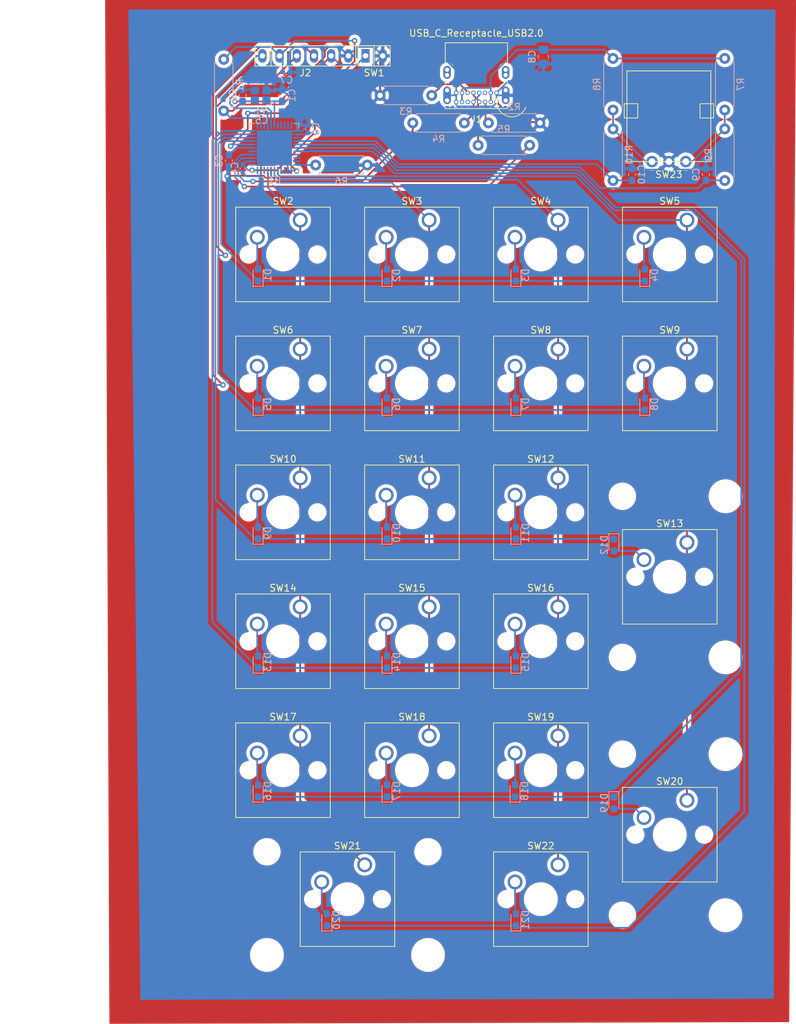
<source format=kicad_pcb>
(kicad_pcb (version 20171130) (host pcbnew "(5.1.10)-1")
  (layers (0 F.Cu signal) (31 B.Cu signal) (34 B.Paste user) (35 F.Paste user) (36 B.SilkS user) (37 F.SilkS user) (38 B.Mask user) (39 F.Mask user) (44 Edge.Cuts user))
  (net 0 "")
  (net 1 GND)
  (net 2 XTAL1)
  (net 3 XTAL2)
  (net 4 "Net-(C3-Pad1)")
  (net 5 VCC)
  (net 6 REB)
  (net 7 REA)
  (net 8 "Net-(D1-Pad2)")
  (net 9 Row0)
  (net 10 "Net-(D2-Pad2)")
  (net 11 "Net-(D3-Pad2)")
  (net 12 "Net-(D4-Pad2)")
  (net 13 "Net-(D5-Pad2)")
  (net 14 Row1)
  (net 15 "Net-(D6-Pad2)")
  (net 16 "Net-(D7-Pad2)")
  (net 17 "Net-(D8-Pad2)")
  (net 18 MOSI)
  (net 19 "Net-(D9-Pad2)")
  (net 20 "Net-(D10-Pad2)")
  (net 21 "Net-(D11-Pad2)")
  (net 22 "Net-(D12-Pad2)")
  (net 23 "Net-(D13-Pad2)")
  (net 24 MISO)
  (net 25 "Net-(D14-Pad2)")
  (net 26 "Net-(D15-Pad2)")
  (net 27 "Net-(D16-Pad2)")
  (net 28 Row4)
  (net 29 "Net-(D17-Pad2)")
  (net 30 "Net-(D18-Pad2)")
  (net 31 "Net-(D19-Pad2)")
  (net 32 "Net-(D20-Pad2)")
  (net 33 Row5)
  (net 34 "Net-(D21-Pad2)")
  (net 35 "Net-(J1-PadA5)")
  (net 36 "Net-(J1-PadA6)")
  (net 37 "Net-(J1-PadA7)")
  (net 38 "Net-(J1-PadA8)")
  (net 39 "Net-(J1-PadB8)")
  (net 40 "Net-(J1-PadB5)")
  (net 41 RST)
  (net 42 "Net-(R4-Pad1)")
  (net 43 "Net-(R5-Pad1)")
  (net 44 "Net-(R6-Pad1)")
  (net 45 "Net-(R7-Pad1)")
  (net 46 "Net-(R10-Pad2)")
  (net 47 "Net-(U1-Pad1)")
  (net 48 Col1)
  (net 49 "Net-(U1-Pad20)")
  (net 50 "Net-(U1-Pad21)")
  (net 51 "Net-(U1-Pad22)")
  (net 52 "Net-(U1-Pad25)")
  (net 53 Col0)
  (net 54 Col2)
  (net 55 Col3)
  (net 56 "Net-(U1-Pad36)")
  (net 57 "Net-(U1-Pad37)")
  (net 58 "Net-(U1-Pad42)")
  (net 59 "Net-(U1-Pad12)")
  (net 60 "Net-(U1-Pad30)")
  (net 61 "Net-(U1-Pad31)")
  (net 62 "Net-(U1-Pad32)")
  (net 63 "Net-(U1-Pad18)")
  (net 64 "Net-(U1-Pad19)")
  (module Button_Switch_Keyboard:SW_Cherry_MX_2.00u_Vertical_PCB (layer F.Cu) (at 212.725 102.616)
    (fp_text reference SW13 (at -2.54 -2.794) (layer F.SilkS))
    (fp_text value SW_MEC_5G)
    (pad "" np_thru_hole circle (at -9.54 -6.82) (size 3.05 3.05) (drill 3.05) (layers *.Cu *.Mask))
    (pad "" np_thru_hole circle (at -9.54 16.98) (size 3.05 3.05) (drill 3.05) (layers *.Cu *.Mask))
    (pad "" np_thru_hole circle (at 5.7 16.98) (size 4 4) (drill 4) (layers *.Cu *.Mask))
    (pad "" np_thru_hole circle (at 5.7 -6.82) (size 4 4) (drill 4) (layers *.Cu *.Mask))
    (pad "" np_thru_hole circle (at 2.54 5.08) (size 1.7 1.7) (drill 1.7) (layers *.Cu *.Mask))
    (pad "" np_thru_hole circle (at -7.62 5.08) (size 1.7 1.7) (drill 1.7) (layers *.Cu *.Mask))
    (pad "" np_thru_hole circle (at -2.54 5.08) (size 4 4) (drill 4) (layers *.Cu *.Mask))
    (pad 2 thru_hole circle (at -6.35 2.54) (size 2.2 2.2) (drill 1.5) (layers *.Cu *.Mask) (net 22 "Net-(D12-Pad2)"))
    (pad 1 thru_hole circle (at 0 0) (size 2.2 2.2) (drill 1.5) (layers *.Cu *.Mask) (net 55 Col3))
  )
  (module Resistor_THT:R_Axial_DIN0207_L6.3mm_D2.5mm_P7.62mm_Horizontal (layer B.Cu) (at 189.484 43.942 180)
    (fp_text reference R5 (at 3.81 2.37) (layer B.SilkS) (effects (justify mirror)))
    (fp_text value 22)
    (pad 2 thru_hole oval (at 7.62 0 180) (size 1.6 1.6) (drill 0.8) (layers *.Cu *.Mask) (net 36 "Net-(J1-PadA6)"))
    (pad 1 thru_hole circle (at 0 0 180) (size 1.6 1.6) (drill 0.8) (layers *.Cu *.Mask) (net 43 "Net-(R5-Pad1)"))
  )
  (module MacroBoard:USB4085-GF-A (layer F.Cu) (at 184.5818 37.5412 180)
    (fp_text reference J1 (at 2.975 -2.54) (layer F.SilkS))
    (fp_text value USB_C_Receptacle_USB2.0 (at 2.975 10.16) (layer F.SilkS))
    (fp_text user * (at 0 0) (layer F.SilkS))
    (pad A1 thru_hole circle (at 0 0 180) (size 0.6604 0.6604) (drill 0.4064) (layers *.Cu *.Mask) (net 1 GND))
    (pad A4 thru_hole circle (at 0.850001 0 180) (size 0.6604 0.6604) (drill 0.4064) (layers *.Cu *.Mask) (net 5 VCC))
    (pad A5 thru_hole circle (at 1.699999 0 180) (size 0.6604 0.6604) (drill 0.4064) (layers *.Cu *.Mask) (net 35 "Net-(J1-PadA5)"))
    (pad A6 thru_hole circle (at 2.55 0 180) (size 0.6604 0.6604) (drill 0.4064) (layers *.Cu *.Mask) (net 36 "Net-(J1-PadA6)"))
    (pad A7 thru_hole circle (at 3.400001 0 180) (size 0.6604 0.6604) (drill 0.4064) (layers *.Cu *.Mask) (net 37 "Net-(J1-PadA7)"))
    (pad A8 thru_hole circle (at 4.250002 0 180) (size 0.6604 0.6604) (drill 0.4064) (layers *.Cu *.Mask) (net 38 "Net-(J1-PadA8)"))
    (pad A9 thru_hole circle (at 5.1 0 180) (size 0.6604 0.6604) (drill 0.4064) (layers *.Cu *.Mask) (net 5 VCC))
    (pad A12 thru_hole circle (at 5.950001 0 180) (size 0.6604 0.6604) (drill 0.4064) (layers *.Cu *.Mask) (net 1 GND))
    (pad B12 thru_hole circle (at 0 1.35 180) (size 0.6604 0.6604) (drill 0.4064) (layers *.Cu *.Mask) (net 1 GND))
    (pad B9 thru_hole circle (at 0.850001 1.35 180) (size 0.6604 0.6604) (drill 0.4064) (layers *.Cu *.Mask) (net 5 VCC))
    (pad B8 thru_hole circle (at 1.699999 1.35 180) (size 0.6604 0.6604) (drill 0.4064) (layers *.Cu *.Mask) (net 39 "Net-(J1-PadB8)"))
    (pad B7 thru_hole circle (at 2.55 1.35 180) (size 0.6604 0.6604) (drill 0.4064) (layers *.Cu *.Mask) (net 37 "Net-(J1-PadA7)"))
    (pad B6 thru_hole circle (at 3.400001 1.35 180) (size 0.6604 0.6604) (drill 0.4064) (layers *.Cu *.Mask) (net 36 "Net-(J1-PadA6)"))
    (pad B5 thru_hole circle (at 4.250002 1.35 180) (size 0.6604 0.6604) (drill 0.4064) (layers *.Cu *.Mask) (net 40 "Net-(J1-PadB5)"))
    (pad B4 thru_hole circle (at 5.1 1.35 180) (size 0.6604 0.6604) (drill 0.4064) (layers *.Cu *.Mask) (net 5 VCC))
    (pad B1 thru_hole circle (at 5.950001 1.35 180) (size 0.6604 0.6604) (drill 0.4064) (layers *.Cu *.Mask) (net 1 GND))
    (pad S2 thru_hole oval (at -1.349985 4.365 270) (size 1.905 1.1176) (drill 0.0254) (layers *.Cu *.Mask))
    (pad 27 np_thru_hole circle (at 7.299985 3.9713 180) (size 0.6096 0.6096) (drill 0.6096) (layers *.Cu *.Mask))
    (pad 28 np_thru_hole circle (at 7.299985 4.7587 180) (size 0.6096 0.6096) (drill 0.6096) (layers *.Cu *.Mask))
    (pad S2 thru_hole oval (at 7.299985 4.365 270) (size 1.905 1.1176) (drill 0.0254) (layers *.Cu *.Mask))
    (pad 21 np_thru_hole circle (at -1.35 0.230701 180) (size 0.6096 0.6096) (drill 0.6096) (layers *.Cu *.Mask))
    (pad 22 np_thru_hole circle (at -1.35 1.729301 180) (size 0.6096 0.6096) (drill 0.6096) (layers *.Cu *.Mask))
    (pad S1 thru_hole oval (at -1.35 0.980001 270) (size 2.6162 1.1176) (drill 0.0254) (layers *.Cu *.Mask) (net 1 GND))
    (pad 23 np_thru_hole circle (at 7.299985 0.2307 180) (size 0.6096 0.6096) (drill 0.6096) (layers *.Cu *.Mask))
    (pad 24 np_thru_hole circle (at 7.299985 1.7293 180) (size 0.6096 0.6096) (drill 0.6096) (layers *.Cu *.Mask))
    (pad S1 thru_hole oval (at 7.299985 0.98 270) (size 2.6162 1.1176) (drill 0.0254) (layers *.Cu *.Mask) (net 1 GND))
    (pad 25 np_thru_hole circle (at -1.349985 3.9713 180) (size 0.6096 0.6096) (drill 0.6096) (layers *.Cu *.Mask))
    (pad 26 np_thru_hole circle (at -1.349985 4.7587 180) (size 0.6096 0.6096) (drill 0.6096) (layers *.Cu *.Mask))
  )
  (module Capacitor_SMD:C_0603_1608Metric_Pad1.08x0.95mm_HandSolder (layer B.Cu) (at 152.908 36.576 90)
    (fp_text reference C1 (at 0 1.43 90) (layer B.SilkS) (effects (justify mirror)))
    (fp_text value 10pF)
    (pad 1 smd roundrect (at -0.8625 0 90) (size 1.075 0.95) (layers B.Cu B.Paste B.Mask) (net 2 XTAL1))
    (pad 2 smd roundrect (at 0.8625 0 90) (size 1.075 0.95) (layers B.Cu B.Paste B.Mask) (net 1 GND))
  )
  (module Capacitor_SMD:C_0603_1608Metric_Pad1.08x0.95mm_HandSolder (layer B.Cu) (at 147.066 36.576 270)
    (fp_text reference C2 (at 0 1.43 90) (layer B.SilkS) (effects (justify mirror)))
    (fp_text value 10pF)
    (pad 2 smd roundrect (at 0.8625 0 270) (size 1.075 0.95) (layers B.Cu B.Paste B.Mask) (net 1 GND))
    (pad 1 smd roundrect (at -0.8625 0 270) (size 1.075 0.95) (layers B.Cu B.Paste B.Mask) (net 3 XTAL2))
  )
  (module Capacitor_SMD:C_0603_1608Metric_Pad1.08x0.95mm_HandSolder (layer B.Cu) (at 145.034 46.228 270)
    (fp_text reference C3 (at 0 1.43 90) (layer B.SilkS) (effects (justify mirror)))
    (fp_text value 1uF)
    (pad 1 smd roundrect (at -0.8625 0 270) (size 1.075 0.95) (layers B.Cu B.Paste B.Mask) (net 4 "Net-(C3-Pad1)"))
    (pad 2 smd roundrect (at 0.8625 0 270) (size 1.075 0.95) (layers B.Cu B.Paste B.Mask) (net 1 GND))
  )
  (module Capacitor_SMD:C_0402_1005Metric_Pad0.74x0.62mm_HandSolder (layer B.Cu) (at 147.066 47.371 270)
    (fp_text reference C4 (at 0 1.16 90) (layer B.SilkS) (effects (justify mirror)))
    (fp_text value 100nF)
    (pad 2 smd roundrect (at 0.5675 0 270) (size 0.735 0.62) (layers B.Cu B.Paste B.Mask) (net 1 GND))
    (pad 1 smd roundrect (at -0.5675 0 270) (size 0.735 0.62) (layers B.Cu B.Paste B.Mask) (net 5 VCC))
  )
  (module Capacitor_SMD:C_0402_1005Metric_Pad0.74x0.62mm_HandSolder (layer B.Cu) (at 149.86 39.116)
    (fp_text reference C5 (at 0 1.16) (layer B.SilkS) (effects (justify mirror)))
    (fp_text value 100nF)
    (pad 2 smd roundrect (at 0.5675 0) (size 0.735 0.62) (layers B.Cu B.Paste B.Mask) (net 1 GND))
    (pad 1 smd roundrect (at -0.5675 0) (size 0.735 0.62) (layers B.Cu B.Paste B.Mask) (net 5 VCC))
  )
  (module Capacitor_SMD:C_0402_1005Metric_Pad0.74x0.62mm_HandSolder (layer B.Cu) (at 156.718 41.529 90)
    (fp_text reference C6 (at 0 1.16 90) (layer B.SilkS) (effects (justify mirror)))
    (fp_text value 100nF)
    (pad 1 smd roundrect (at -0.5675 0 90) (size 0.735 0.62) (layers B.Cu B.Paste B.Mask) (net 5 VCC))
    (pad 2 smd roundrect (at 0.5675 0 90) (size 0.735 0.62) (layers B.Cu B.Paste B.Mask) (net 1 GND))
  )
  (module Capacitor_SMD:C_0402_1005Metric_Pad0.74x0.62mm_HandSolder (layer B.Cu) (at 153.543 33.147)
    (fp_text reference C7 (at 0 1.16) (layer B.SilkS) (effects (justify mirror)))
    (fp_text value 100nF)
    (pad 1 smd roundrect (at -0.5675 0) (size 0.735 0.62) (layers B.Cu B.Paste B.Mask) (net 5 VCC))
    (pad 2 smd roundrect (at 0.5675 0) (size 0.735 0.62) (layers B.Cu B.Paste B.Mask) (net 1 GND))
  )
  (module Capacitor_SMD:C_0805_2012Metric_Pad1.18x1.45mm_HandSolder (layer B.Cu) (at 191.516 30.861 270)
    (fp_text reference C8 (at 0 1.68 90) (layer B.SilkS) (effects (justify mirror)))
    (fp_text value 10uF)
    (pad 2 smd roundrect (at 1.0375 0 270) (size 1.175 1.45) (layers B.Cu B.Paste B.Mask) (roundrect_rratio 0.212766) (net 1 GND))
    (pad 1 smd roundrect (at -1.0375 0 270) (size 1.175 1.45) (layers B.Cu B.Paste B.Mask) (roundrect_rratio 0.212766) (net 5 VCC))
  )
  (module Capacitor_SMD:C_0603_1608Metric_Pad1.08x0.95mm_HandSolder (layer B.Cu) (at 215.519 48.26 270)
    (fp_text reference C9 (at 0 1.43 90) (layer B.SilkS) (effects (justify mirror)))
    (fp_text value 10nF)
    (pad 2 smd roundrect (at 0.8625 0 270) (size 1.075 0.95) (layers B.Cu B.Paste B.Mask) (net 6 REB))
    (pad 1 smd roundrect (at -0.8625 0 270) (size 1.075 0.95) (layers B.Cu B.Paste B.Mask) (net 1 GND))
  )
  (module Capacitor_SMD:C_0603_1608Metric_Pad1.08x0.95mm_HandSolder (layer B.Cu) (at 204.597 48.26 90)
    (fp_text reference C10 (at 0 1.43 90) (layer B.SilkS) (effects (justify mirror)))
    (fp_text value 10nF)
    (pad 1 smd roundrect (at -0.8625 0 90) (size 1.075 0.95) (layers B.Cu B.Paste B.Mask) (net 7 REA))
    (pad 2 smd roundrect (at 0.8625 0 90) (size 1.075 0.95) (layers B.Cu B.Paste B.Mask) (net 1 GND))
  )
  (module Diode_SMD:D_0603_1608Metric_Pad1.05x0.95mm_HandSolder (layer B.Cu) (at 149.352 63.119 90)
    (fp_text reference D1 (at 0 1.43 90) (layer B.SilkS) (effects (justify mirror)))
    (fp_text value D)
    (pad 2 smd roundrect (at 0.875 0 90) (size 1.05 0.95) (layers B.Cu B.Paste B.Mask) (net 8 "Net-(D1-Pad2)"))
    (pad 1 smd roundrect (at -0.875 0 90) (size 1.05 0.95) (layers B.Cu B.Paste B.Mask) (net 9 Row0))
  )
  (module Diode_SMD:D_0603_1608Metric_Pad1.05x0.95mm_HandSolder (layer B.Cu) (at 168.402 63.133 90)
    (fp_text reference D2 (at 0 1.43 90) (layer B.SilkS) (effects (justify mirror)))
    (fp_text value D)
    (pad 1 smd roundrect (at -0.875 0 90) (size 1.05 0.95) (layers B.Cu B.Paste B.Mask) (net 9 Row0))
    (pad 2 smd roundrect (at 0.875 0 90) (size 1.05 0.95) (layers B.Cu B.Paste B.Mask) (net 10 "Net-(D2-Pad2)"))
  )
  (module Diode_SMD:D_0603_1608Metric_Pad1.05x0.95mm_HandSolder (layer B.Cu) (at 187.452 63.119 90)
    (fp_text reference D3 (at 0 1.43 90) (layer B.SilkS) (effects (justify mirror)))
    (fp_text value D)
    (pad 2 smd roundrect (at 0.875 0 90) (size 1.05 0.95) (layers B.Cu B.Paste B.Mask) (net 11 "Net-(D3-Pad2)"))
    (pad 1 smd roundrect (at -0.875 0 90) (size 1.05 0.95) (layers B.Cu B.Paste B.Mask) (net 9 Row0))
  )
  (module Diode_SMD:D_0603_1608Metric_Pad1.05x0.95mm_HandSolder (layer B.Cu) (at 206.502 63.119 90)
    (fp_text reference D4 (at 0 1.43 90) (layer B.SilkS) (effects (justify mirror)))
    (fp_text value D)
    (pad 1 smd roundrect (at -0.875 0 90) (size 1.05 0.95) (layers B.Cu B.Paste B.Mask) (net 9 Row0))
    (pad 2 smd roundrect (at 0.875 0 90) (size 1.05 0.95) (layers B.Cu B.Paste B.Mask) (net 12 "Net-(D4-Pad2)"))
  )
  (module Diode_SMD:D_0603_1608Metric_Pad1.05x0.95mm_HandSolder (layer B.Cu) (at 149.352 82.169 90)
    (fp_text reference D5 (at 0 1.43 90) (layer B.SilkS) (effects (justify mirror)))
    (fp_text value D)
    (pad 2 smd roundrect (at 0.875 0 90) (size 1.05 0.95) (layers B.Cu B.Paste B.Mask) (net 13 "Net-(D5-Pad2)"))
    (pad 1 smd roundrect (at -0.875 0 90) (size 1.05 0.95) (layers B.Cu B.Paste B.Mask) (net 14 Row1))
  )
  (module Diode_SMD:D_0603_1608Metric_Pad1.05x0.95mm_HandSolder (layer B.Cu) (at 168.402 82.169 90)
    (fp_text reference D6 (at 0 1.43 90) (layer B.SilkS) (effects (justify mirror)))
    (fp_text value D)
    (pad 1 smd roundrect (at -0.875 0 90) (size 1.05 0.95) (layers B.Cu B.Paste B.Mask) (net 14 Row1))
    (pad 2 smd roundrect (at 0.875 0 90) (size 1.05 0.95) (layers B.Cu B.Paste B.Mask) (net 15 "Net-(D6-Pad2)"))
  )
  (module Diode_SMD:D_0603_1608Metric_Pad1.05x0.95mm_HandSolder (layer B.Cu) (at 187.452 82.169 90)
    (fp_text reference D7 (at 0 1.43 90) (layer B.SilkS) (effects (justify mirror)))
    (fp_text value D)
    (pad 1 smd roundrect (at -0.875 0 90) (size 1.05 0.95) (layers B.Cu B.Paste B.Mask) (net 14 Row1))
    (pad 2 smd roundrect (at 0.875 0 90) (size 1.05 0.95) (layers B.Cu B.Paste B.Mask) (net 16 "Net-(D7-Pad2)"))
  )
  (module Diode_SMD:D_0603_1608Metric_Pad1.05x0.95mm_HandSolder (layer B.Cu) (at 206.502 82.169 90)
    (fp_text reference D8 (at 0 1.43 90) (layer B.SilkS) (effects (justify mirror)))
    (fp_text value D)
    (pad 2 smd roundrect (at 0.875 0 90) (size 1.05 0.95) (layers B.Cu B.Paste B.Mask) (net 17 "Net-(D8-Pad2)"))
    (pad 1 smd roundrect (at -0.875 0 90) (size 1.05 0.95) (layers B.Cu B.Paste B.Mask) (net 14 Row1))
  )
  (module Diode_SMD:D_0603_1608Metric_Pad1.05x0.95mm_HandSolder (layer B.Cu) (at 149.352 101.219 90)
    (fp_text reference D9 (at 0 1.43 90) (layer B.SilkS) (effects (justify mirror)))
    (fp_text value D)
    (pad 2 smd roundrect (at 0.875 0 90) (size 1.05 0.95) (layers B.Cu B.Paste B.Mask) (net 19 "Net-(D9-Pad2)"))
    (pad 1 smd roundrect (at -0.875 0 90) (size 1.05 0.95) (layers B.Cu B.Paste B.Mask) (net 18 MOSI))
  )
  (module Diode_SMD:D_0603_1608Metric_Pad1.05x0.95mm_HandSolder (layer B.Cu) (at 168.402 101.219 90)
    (fp_text reference D10 (at 0 1.43 90) (layer B.SilkS) (effects (justify mirror)))
    (fp_text value D)
    (pad 1 smd roundrect (at -0.875 0 90) (size 1.05 0.95) (layers B.Cu B.Paste B.Mask) (net 18 MOSI))
    (pad 2 smd roundrect (at 0.875 0 90) (size 1.05 0.95) (layers B.Cu B.Paste B.Mask) (net 20 "Net-(D10-Pad2)"))
  )
  (module Diode_SMD:D_0603_1608Metric_Pad1.05x0.95mm_HandSolder (layer B.Cu) (at 187.452 101.219 90)
    (fp_text reference D11 (at 0 1.43 90) (layer B.SilkS) (effects (justify mirror)))
    (fp_text value D)
    (pad 2 smd roundrect (at 0.875 0 90) (size 1.05 0.95) (layers B.Cu B.Paste B.Mask) (net 21 "Net-(D11-Pad2)"))
    (pad 1 smd roundrect (at -0.875 0 90) (size 1.05 0.95) (layers B.Cu B.Paste B.Mask) (net 18 MOSI))
  )
  (module Diode_SMD:D_0603_1608Metric_Pad1.05x0.95mm_HandSolder (layer B.Cu) (at 201.93 102.997 270)
    (fp_text reference D12 (at 0 1.43 90) (layer B.SilkS) (effects (justify mirror)))
    (fp_text value D)
    (pad 1 smd roundrect (at -0.875 0 270) (size 1.05 0.95) (layers B.Cu B.Paste B.Mask) (net 18 MOSI))
    (pad 2 smd roundrect (at 0.875 0 270) (size 1.05 0.95) (layers B.Cu B.Paste B.Mask) (net 22 "Net-(D12-Pad2)"))
  )
  (module Diode_SMD:D_0603_1608Metric_Pad1.05x0.95mm_HandSolder (layer B.Cu) (at 149.352 120.269 90)
    (fp_text reference D13 (at 0 1.43 90) (layer B.SilkS) (effects (justify mirror)))
    (fp_text value D)
    (pad 1 smd roundrect (at -0.875 0 90) (size 1.05 0.95) (layers B.Cu B.Paste B.Mask) (net 24 MISO))
    (pad 2 smd roundrect (at 0.875 0 90) (size 1.05 0.95) (layers B.Cu B.Paste B.Mask) (net 23 "Net-(D13-Pad2)"))
  )
  (module Diode_SMD:D_0603_1608Metric_Pad1.05x0.95mm_HandSolder (layer B.Cu) (at 168.402 120.269 90)
    (fp_text reference D14 (at 0 1.43 90) (layer B.SilkS) (effects (justify mirror)))
    (fp_text value D)
    (pad 2 smd roundrect (at 0.875 0 90) (size 1.05 0.95) (layers B.Cu B.Paste B.Mask) (net 25 "Net-(D14-Pad2)"))
    (pad 1 smd roundrect (at -0.875 0 90) (size 1.05 0.95) (layers B.Cu B.Paste B.Mask) (net 24 MISO))
  )
  (module Diode_SMD:D_0603_1608Metric_Pad1.05x0.95mm_HandSolder (layer B.Cu) (at 187.452 120.269 90)
    (fp_text reference D15 (at 0 1.43 90) (layer B.SilkS) (effects (justify mirror)))
    (fp_text value D)
    (pad 1 smd roundrect (at -0.875 0 90) (size 1.05 0.95) (layers B.Cu B.Paste B.Mask) (net 24 MISO))
    (pad 2 smd roundrect (at 0.875 0 90) (size 1.05 0.95) (layers B.Cu B.Paste B.Mask) (net 26 "Net-(D15-Pad2)"))
  )
  (module Diode_SMD:D_0603_1608Metric_Pad1.05x0.95mm_HandSolder (layer B.Cu) (at 149.352 139.319 90)
    (fp_text reference D16 (at 0 1.43 90) (layer B.SilkS) (effects (justify mirror)))
    (fp_text value D)
    (pad 2 smd roundrect (at 0.875 0 90) (size 1.05 0.95) (layers B.Cu B.Paste B.Mask) (net 27 "Net-(D16-Pad2)"))
    (pad 1 smd roundrect (at -0.875 0 90) (size 1.05 0.95) (layers B.Cu B.Paste B.Mask) (net 28 Row4))
  )
  (module Diode_SMD:D_0603_1608Metric_Pad1.05x0.95mm_HandSolder (layer B.Cu) (at 168.402 139.319 90)
    (fp_text reference D17 (at 0 1.43 90) (layer B.SilkS) (effects (justify mirror)))
    (fp_text value D)
    (pad 1 smd roundrect (at -0.875 0 90) (size 1.05 0.95) (layers B.Cu B.Paste B.Mask) (net 28 Row4))
    (pad 2 smd roundrect (at 0.875 0 90) (size 1.05 0.95) (layers B.Cu B.Paste B.Mask) (net 29 "Net-(D17-Pad2)"))
  )
  (module Diode_SMD:D_0603_1608Metric_Pad1.05x0.95mm_HandSolder (layer B.Cu) (at 187.325 139.319 90)
    (fp_text reference D18 (at 0 1.43 90) (layer B.SilkS) (effects (justify mirror)))
    (fp_text value D)
    (pad 2 smd roundrect (at 0.875 0 90) (size 1.05 0.95) (layers B.Cu B.Paste B.Mask) (net 30 "Net-(D18-Pad2)"))
    (pad 1 smd roundrect (at -0.875 0 90) (size 1.05 0.95) (layers B.Cu B.Paste B.Mask) (net 28 Row4))
  )
  (module Diode_SMD:D_0603_1608Metric_Pad1.05x0.95mm_HandSolder (layer B.Cu) (at 201.93 141.097 270)
    (fp_text reference D19 (at 0 1.43 90) (layer B.SilkS) (effects (justify mirror)))
    (fp_text value D)
    (pad 2 smd roundrect (at 0.875 0 270) (size 1.05 0.95) (layers B.Cu B.Paste B.Mask) (net 31 "Net-(D19-Pad2)"))
    (pad 1 smd roundrect (at -0.875 0 270) (size 1.05 0.95) (layers B.Cu B.Paste B.Mask) (net 28 Row4))
  )
  (module Diode_SMD:D_0603_1608Metric_Pad1.05x0.95mm_HandSolder (layer B.Cu) (at 159.512 158.369 90)
    (fp_text reference D20 (at 0 1.43 90) (layer B.SilkS) (effects (justify mirror)))
    (fp_text value D)
    (pad 1 smd roundrect (at -0.875 0 90) (size 1.05 0.95) (layers B.Cu B.Paste B.Mask) (net 33 Row5))
    (pad 2 smd roundrect (at 0.875 0 90) (size 1.05 0.95) (layers B.Cu B.Paste B.Mask) (net 32 "Net-(D20-Pad2)"))
  )
  (module Diode_SMD:D_0603_1608Metric_Pad1.05x0.95mm_HandSolder (layer B.Cu) (at 187.452 158.369 90)
    (fp_text reference D21 (at 0 1.43 90) (layer B.SilkS) (effects (justify mirror)))
    (fp_text value D)
    (pad 1 smd roundrect (at -0.875 0 90) (size 1.05 0.95) (layers B.Cu B.Paste B.Mask) (net 33 Row5))
    (pad 2 smd roundrect (at 0.875 0 90) (size 1.05 0.95) (layers B.Cu B.Paste B.Mask) (net 34 "Net-(D21-Pad2)"))
  )
  (module MacroBoard:ISP (layer F.Cu) (at 156.337 30.734)
    (fp_text reference J2 (at 0 2.5) (layer F.SilkS))
    (fp_text value AVR-ISP-6)
    (pad 1 thru_hole oval (at -6.35 0) (size 1.2 2) (drill 0.8) (layers *.Cu *.Mask) (net 24 MISO))
    (pad 2 thru_hole oval (at -3.81 0) (size 1.2 2) (drill 0.8) (layers *.Cu *.Mask) (net 5 VCC))
    (pad 3 thru_hole oval (at -1.27 0) (size 1.2 2) (drill 0.8) (layers *.Cu *.Mask) (net 14 Row1))
    (pad 4 thru_hole oval (at 1.27 0) (size 1.2 2) (drill 0.8) (layers *.Cu *.Mask) (net 18 MOSI))
    (pad 5 thru_hole oval (at 3.81 0) (size 1.2 2) (drill 0.8) (layers *.Cu *.Mask) (net 41 RST))
    (pad 6 thru_hole oval (at 6.35 0) (size 1.2 2) (drill 0.8) (layers *.Cu *.Mask) (net 1 GND))
  )
  (module Resistor_THT:R_Axial_DIN0207_L6.3mm_D2.5mm_P7.62mm_Horizontal (layer B.Cu) (at 144.272 38.862 90)
    (fp_text reference R1 (at 3.81 2.37 90) (layer B.SilkS) (effects (justify mirror)))
    (fp_text value 10k)
    (pad 1 thru_hole circle (at 0 0 90) (size 1.6 1.6) (drill 0.8) (layers *.Cu *.Mask) (net 41 RST))
    (pad 2 thru_hole oval (at 7.62 0 90) (size 1.6 1.6) (drill 0.8) (layers *.Cu *.Mask) (net 5 VCC))
  )
  (module Resistor_THT:R_Axial_DIN0207_L6.3mm_D2.5mm_P7.62mm_Horizontal (layer B.Cu) (at 191.008 40.64 180)
    (fp_text reference R2 (at 3.81 2.37) (layer B.SilkS) (effects (justify mirror)))
    (fp_text value 5k1)
    (pad 1 thru_hole circle (at 0 0 180) (size 1.6 1.6) (drill 0.8) (layers *.Cu *.Mask) (net 1 GND))
    (pad 2 thru_hole oval (at 7.62 0 180) (size 1.6 1.6) (drill 0.8) (layers *.Cu *.Mask) (net 35 "Net-(J1-PadA5)"))
  )
  (module Resistor_THT:R_Axial_DIN0207_L6.3mm_D2.5mm_P7.62mm_Horizontal (layer B.Cu) (at 167.386 36.576)
    (fp_text reference R3 (at 3.81 2.37) (layer B.SilkS) (effects (justify mirror)))
    (fp_text value 5k1)
    (pad 2 thru_hole oval (at 7.62 0) (size 1.6 1.6) (drill 0.8) (layers *.Cu *.Mask) (net 40 "Net-(J1-PadB5)"))
    (pad 1 thru_hole circle (at 0 0) (size 1.6 1.6) (drill 0.8) (layers *.Cu *.Mask) (net 1 GND))
  )
  (module Resistor_THT:R_Axial_DIN0207_L6.3mm_D2.5mm_P7.62mm_Horizontal (layer B.Cu) (at 172.212 40.64)
    (fp_text reference R4 (at 3.81 2.37) (layer B.SilkS) (effects (justify mirror)))
    (fp_text value 22)
    (pad 1 thru_hole circle (at 0 0) (size 1.6 1.6) (drill 0.8) (layers *.Cu *.Mask) (net 42 "Net-(R4-Pad1)"))
    (pad 2 thru_hole oval (at 7.62 0) (size 1.6 1.6) (drill 0.8) (layers *.Cu *.Mask) (net 37 "Net-(J1-PadA7)"))
  )
  (module Resistor_THT:R_Axial_DIN0207_L6.3mm_D2.5mm_P7.62mm_Horizontal (layer B.Cu) (at 157.861 46.863)
    (fp_text reference R6 (at 3.81 2.37) (layer B.SilkS) (effects (justify mirror)))
    (fp_text value 10k)
    (pad 2 thru_hole oval (at 7.62 0) (size 1.6 1.6) (drill 0.8) (layers *.Cu *.Mask) (net 1 GND))
    (pad 1 thru_hole circle (at 0 0) (size 1.6 1.6) (drill 0.8) (layers *.Cu *.Mask) (net 44 "Net-(R6-Pad1)"))
  )
  (module Resistor_THT:R_Axial_DIN0207_L6.3mm_D2.5mm_P7.62mm_Horizontal (layer B.Cu) (at 218.313 38.735 90)
    (fp_text reference R7 (at 3.81 2.37 90) (layer B.SilkS) (effects (justify mirror)))
    (fp_text value 10k)
    (pad 1 thru_hole circle (at 0 0 90) (size 1.6 1.6) (drill 0.8) (layers *.Cu *.Mask) (net 45 "Net-(R7-Pad1)"))
    (pad 2 thru_hole oval (at 7.62 0 90) (size 1.6 1.6) (drill 0.8) (layers *.Cu *.Mask) (net 5 VCC))
  )
  (module Resistor_THT:R_Axial_DIN0207_L6.3mm_D2.5mm_P7.62mm_Horizontal (layer B.Cu) (at 201.803 31.115 270)
    (fp_text reference R8 (at 3.81 2.37 90) (layer B.SilkS) (effects (justify mirror)))
    (fp_text value 10k)
    (pad 2 thru_hole oval (at 7.62 0 270) (size 1.6 1.6) (drill 0.8) (layers *.Cu *.Mask) (net 46 "Net-(R10-Pad2)"))
    (pad 1 thru_hole circle (at 0 0 270) (size 1.6 1.6) (drill 0.8) (layers *.Cu *.Mask) (net 5 VCC))
  )
  (module Resistor_THT:R_Axial_DIN0207_L6.3mm_D2.5mm_P7.62mm_Horizontal (layer B.Cu) (at 218.313 41.529 270)
    (fp_text reference R9 (at 3.81 2.37 90) (layer B.SilkS) (effects (justify mirror)))
    (fp_text value 10k)
    (pad 2 thru_hole oval (at 7.62 0 270) (size 1.6 1.6) (drill 0.8) (layers *.Cu *.Mask) (net 6 REB))
    (pad 1 thru_hole circle (at 0 0 270) (size 1.6 1.6) (drill 0.8) (layers *.Cu *.Mask) (net 45 "Net-(R7-Pad1)"))
  )
  (module Resistor_THT:R_Axial_DIN0207_L6.3mm_D2.5mm_P7.62mm_Horizontal (layer B.Cu) (at 201.803 49.149 90)
    (fp_text reference R10 (at 3.81 2.37 90) (layer B.SilkS) (effects (justify mirror)))
    (fp_text value 10k)
    (pad 1 thru_hole circle (at 0 0 90) (size 1.6 1.6) (drill 0.8) (layers *.Cu *.Mask) (net 7 REA))
    (pad 2 thru_hole oval (at 7.62 0 90) (size 1.6 1.6) (drill 0.8) (layers *.Cu *.Mask) (net 46 "Net-(R10-Pad2)"))
  )
  (module MacroBoard:Button_Breakout (layer F.Cu) (at 166.497 30.734)
    (fp_text reference SW1 (at 0 2.5) (layer F.SilkS))
    (fp_text value SW_MEC_5G)
    (pad 1 thru_hole rect (at -1.27 0) (size 1.2 2) (drill 0.8) (layers *.Cu *.Mask) (net 41 RST))
    (pad 2 thru_hole oval (at 1.27 0) (size 1.2 2) (drill 0.8) (layers *.Cu *.Mask) (net 1 GND))
  )
  (module Button_Switch_Keyboard:SW_Cherry_MX_1.00u_PCB (layer F.Cu) (at 155.575 54.991)
    (fp_text reference SW2 (at -2.54 -2.794) (layer F.SilkS))
    (fp_text value SW_MEC_5G)
    (pad "" np_thru_hole circle (at 2.54 5.08) (size 1.7 1.7) (drill 1.7) (layers *.Cu *.Mask))
    (pad "" np_thru_hole circle (at -7.62 5.08) (size 1.7 1.7) (drill 1.7) (layers *.Cu *.Mask))
    (pad "" np_thru_hole circle (at -2.54 5.08) (size 4 4) (drill 4) (layers *.Cu *.Mask))
    (pad 2 thru_hole circle (at -6.35 2.54) (size 2.2 2.2) (drill 1.5) (layers *.Cu *.Mask) (net 8 "Net-(D1-Pad2)"))
    (pad 1 thru_hole circle (at 0 0) (size 2.2 2.2) (drill 1.5) (layers *.Cu *.Mask) (net 53 Col0))
  )
  (module Button_Switch_Keyboard:SW_Cherry_MX_1.00u_PCB (layer F.Cu) (at 174.625 54.991)
    (fp_text reference SW3 (at -2.54 -2.794) (layer F.SilkS))
    (fp_text value SW_MEC_5G)
    (pad 1 thru_hole circle (at 0 0) (size 2.2 2.2) (drill 1.5) (layers *.Cu *.Mask) (net 48 Col1))
    (pad 2 thru_hole circle (at -6.35 2.54) (size 2.2 2.2) (drill 1.5) (layers *.Cu *.Mask) (net 10 "Net-(D2-Pad2)"))
    (pad "" np_thru_hole circle (at -2.54 5.08) (size 4 4) (drill 4) (layers *.Cu *.Mask))
    (pad "" np_thru_hole circle (at -7.62 5.08) (size 1.7 1.7) (drill 1.7) (layers *.Cu *.Mask))
    (pad "" np_thru_hole circle (at 2.54 5.08) (size 1.7 1.7) (drill 1.7) (layers *.Cu *.Mask))
  )
  (module Button_Switch_Keyboard:SW_Cherry_MX_1.00u_PCB (layer F.Cu) (at 193.675 54.991)
    (fp_text reference SW4 (at -2.54 -2.794) (layer F.SilkS))
    (fp_text value SW_MEC_5G)
    (pad "" np_thru_hole circle (at 2.54 5.08) (size 1.7 1.7) (drill 1.7) (layers *.Cu *.Mask))
    (pad "" np_thru_hole circle (at -7.62 5.08) (size 1.7 1.7) (drill 1.7) (layers *.Cu *.Mask))
    (pad "" np_thru_hole circle (at -2.54 5.08) (size 4 4) (drill 4) (layers *.Cu *.Mask))
    (pad 2 thru_hole circle (at -6.35 2.54) (size 2.2 2.2) (drill 1.5) (layers *.Cu *.Mask) (net 11 "Net-(D3-Pad2)"))
    (pad 1 thru_hole circle (at 0 0) (size 2.2 2.2) (drill 1.5) (layers *.Cu *.Mask) (net 54 Col2))
  )
  (module Button_Switch_Keyboard:SW_Cherry_MX_1.00u_PCB (layer F.Cu) (at 212.725 54.991)
    (fp_text reference SW5 (at -2.54 -2.794) (layer F.SilkS))
    (fp_text value SW_MEC_5G)
    (pad 1 thru_hole circle (at 0 0) (size 2.2 2.2) (drill 1.5) (layers *.Cu *.Mask) (net 55 Col3))
    (pad 2 thru_hole circle (at -6.35 2.54) (size 2.2 2.2) (drill 1.5) (layers *.Cu *.Mask) (net 12 "Net-(D4-Pad2)"))
    (pad "" np_thru_hole circle (at -2.54 5.08) (size 4 4) (drill 4) (layers *.Cu *.Mask))
    (pad "" np_thru_hole circle (at -7.62 5.08) (size 1.7 1.7) (drill 1.7) (layers *.Cu *.Mask))
    (pad "" np_thru_hole circle (at 2.54 5.08) (size 1.7 1.7) (drill 1.7) (layers *.Cu *.Mask))
  )
  (module Button_Switch_Keyboard:SW_Cherry_MX_1.00u_PCB (layer F.Cu) (at 155.575 74.041)
    (fp_text reference SW6 (at -2.54 -2.794) (layer F.SilkS))
    (fp_text value SW_MEC_5G)
    (pad "" np_thru_hole circle (at 2.54 5.08) (size 1.7 1.7) (drill 1.7) (layers *.Cu *.Mask))
    (pad "" np_thru_hole circle (at -7.62 5.08) (size 1.7 1.7) (drill 1.7) (layers *.Cu *.Mask))
    (pad "" np_thru_hole circle (at -2.54 5.08) (size 4 4) (drill 4) (layers *.Cu *.Mask))
    (pad 2 thru_hole circle (at -6.35 2.54) (size 2.2 2.2) (drill 1.5) (layers *.Cu *.Mask) (net 13 "Net-(D5-Pad2)"))
    (pad 1 thru_hole circle (at 0 0) (size 2.2 2.2) (drill 1.5) (layers *.Cu *.Mask) (net 53 Col0))
  )
  (module Button_Switch_Keyboard:SW_Cherry_MX_1.00u_PCB (layer F.Cu) (at 174.625 74.041)
    (fp_text reference SW7 (at -2.54 -2.794) (layer F.SilkS))
    (fp_text value SW_MEC_5G)
    (pad 1 thru_hole circle (at 0 0) (size 2.2 2.2) (drill 1.5) (layers *.Cu *.Mask) (net 48 Col1))
    (pad 2 thru_hole circle (at -6.35 2.54) (size 2.2 2.2) (drill 1.5) (layers *.Cu *.Mask) (net 15 "Net-(D6-Pad2)"))
    (pad "" np_thru_hole circle (at -2.54 5.08) (size 4 4) (drill 4) (layers *.Cu *.Mask))
    (pad "" np_thru_hole circle (at -7.62 5.08) (size 1.7 1.7) (drill 1.7) (layers *.Cu *.Mask))
    (pad "" np_thru_hole circle (at 2.54 5.08) (size 1.7 1.7) (drill 1.7) (layers *.Cu *.Mask))
  )
  (module Button_Switch_Keyboard:SW_Cherry_MX_1.00u_PCB (layer F.Cu) (at 193.675 74.041)
    (fp_text reference SW8 (at -2.54 -2.794) (layer F.SilkS))
    (fp_text value SW_MEC_5G)
    (pad "" np_thru_hole circle (at 2.54 5.08) (size 1.7 1.7) (drill 1.7) (layers *.Cu *.Mask))
    (pad "" np_thru_hole circle (at -7.62 5.08) (size 1.7 1.7) (drill 1.7) (layers *.Cu *.Mask))
    (pad "" np_thru_hole circle (at -2.54 5.08) (size 4 4) (drill 4) (layers *.Cu *.Mask))
    (pad 2 thru_hole circle (at -6.35 2.54) (size 2.2 2.2) (drill 1.5) (layers *.Cu *.Mask) (net 16 "Net-(D7-Pad2)"))
    (pad 1 thru_hole circle (at 0 0) (size 2.2 2.2) (drill 1.5) (layers *.Cu *.Mask) (net 54 Col2))
  )
  (module Button_Switch_Keyboard:SW_Cherry_MX_1.00u_PCB (layer F.Cu) (at 212.725 74.041)
    (fp_text reference SW9 (at -2.54 -2.794) (layer F.SilkS))
    (fp_text value SW_MEC_5G)
    (pad 1 thru_hole circle (at 0 0) (size 2.2 2.2) (drill 1.5) (layers *.Cu *.Mask) (net 55 Col3))
    (pad 2 thru_hole circle (at -6.35 2.54) (size 2.2 2.2) (drill 1.5) (layers *.Cu *.Mask) (net 17 "Net-(D8-Pad2)"))
    (pad "" np_thru_hole circle (at -2.54 5.08) (size 4 4) (drill 4) (layers *.Cu *.Mask))
    (pad "" np_thru_hole circle (at -7.62 5.08) (size 1.7 1.7) (drill 1.7) (layers *.Cu *.Mask))
    (pad "" np_thru_hole circle (at 2.54 5.08) (size 1.7 1.7) (drill 1.7) (layers *.Cu *.Mask))
  )
  (module Button_Switch_Keyboard:SW_Cherry_MX_1.00u_PCB (layer F.Cu) (at 155.575 93.091)
    (fp_text reference SW10 (at -2.54 -2.794) (layer F.SilkS))
    (fp_text value SW_MEC_5G)
    (pad "" np_thru_hole circle (at 2.54 5.08) (size 1.7 1.7) (drill 1.7) (layers *.Cu *.Mask))
    (pad "" np_thru_hole circle (at -7.62 5.08) (size 1.7 1.7) (drill 1.7) (layers *.Cu *.Mask))
    (pad "" np_thru_hole circle (at -2.54 5.08) (size 4 4) (drill 4) (layers *.Cu *.Mask))
    (pad 2 thru_hole circle (at -6.35 2.54) (size 2.2 2.2) (drill 1.5) (layers *.Cu *.Mask) (net 19 "Net-(D9-Pad2)"))
    (pad 1 thru_hole circle (at 0 0) (size 2.2 2.2) (drill 1.5) (layers *.Cu *.Mask) (net 53 Col0))
  )
  (module Button_Switch_Keyboard:SW_Cherry_MX_1.00u_PCB (layer F.Cu) (at 174.625 93.091)
    (fp_text reference SW11 (at -2.54 -2.794) (layer F.SilkS))
    (fp_text value SW_MEC_5G)
    (pad 1 thru_hole circle (at 0 0) (size 2.2 2.2) (drill 1.5) (layers *.Cu *.Mask) (net 48 Col1))
    (pad 2 thru_hole circle (at -6.35 2.54) (size 2.2 2.2) (drill 1.5) (layers *.Cu *.Mask) (net 20 "Net-(D10-Pad2)"))
    (pad "" np_thru_hole circle (at -2.54 5.08) (size 4 4) (drill 4) (layers *.Cu *.Mask))
    (pad "" np_thru_hole circle (at -7.62 5.08) (size 1.7 1.7) (drill 1.7) (layers *.Cu *.Mask))
    (pad "" np_thru_hole circle (at 2.54 5.08) (size 1.7 1.7) (drill 1.7) (layers *.Cu *.Mask))
  )
  (module Button_Switch_Keyboard:SW_Cherry_MX_1.00u_PCB (layer F.Cu) (at 193.675 93.091)
    (fp_text reference SW12 (at -2.54 -2.794) (layer F.SilkS))
    (fp_text value SW_MEC_5G)
    (pad 1 thru_hole circle (at 0 0) (size 2.2 2.2) (drill 1.5) (layers *.Cu *.Mask) (net 54 Col2))
    (pad 2 thru_hole circle (at -6.35 2.54) (size 2.2 2.2) (drill 1.5) (layers *.Cu *.Mask) (net 21 "Net-(D11-Pad2)"))
    (pad "" np_thru_hole circle (at -2.54 5.08) (size 4 4) (drill 4) (layers *.Cu *.Mask))
    (pad "" np_thru_hole circle (at -7.62 5.08) (size 1.7 1.7) (drill 1.7) (layers *.Cu *.Mask))
    (pad "" np_thru_hole circle (at 2.54 5.08) (size 1.7 1.7) (drill 1.7) (layers *.Cu *.Mask))
  )
  (module Button_Switch_Keyboard:SW_Cherry_MX_1.00u_PCB (layer F.Cu) (at 155.575 112.141)
    (fp_text reference SW14 (at -2.54 -2.794) (layer F.SilkS))
    (fp_text value SW_MEC_5G)
    (pad "" np_thru_hole circle (at 2.54 5.08) (size 1.7 1.7) (drill 1.7) (layers *.Cu *.Mask))
    (pad "" np_thru_hole circle (at -7.62 5.08) (size 1.7 1.7) (drill 1.7) (layers *.Cu *.Mask))
    (pad "" np_thru_hole circle (at -2.54 5.08) (size 4 4) (drill 4) (layers *.Cu *.Mask))
    (pad 2 thru_hole circle (at -6.35 2.54) (size 2.2 2.2) (drill 1.5) (layers *.Cu *.Mask) (net 23 "Net-(D13-Pad2)"))
    (pad 1 thru_hole circle (at 0 0) (size 2.2 2.2) (drill 1.5) (layers *.Cu *.Mask) (net 53 Col0))
  )
  (module Button_Switch_Keyboard:SW_Cherry_MX_1.00u_PCB (layer F.Cu) (at 174.625 112.141)
    (fp_text reference SW15 (at -2.54 -2.794) (layer F.SilkS))
    (fp_text value SW_MEC_5G)
    (pad 1 thru_hole circle (at 0 0) (size 2.2 2.2) (drill 1.5) (layers *.Cu *.Mask) (net 48 Col1))
    (pad 2 thru_hole circle (at -6.35 2.54) (size 2.2 2.2) (drill 1.5) (layers *.Cu *.Mask) (net 25 "Net-(D14-Pad2)"))
    (pad "" np_thru_hole circle (at -2.54 5.08) (size 4 4) (drill 4) (layers *.Cu *.Mask))
    (pad "" np_thru_hole circle (at -7.62 5.08) (size 1.7 1.7) (drill 1.7) (layers *.Cu *.Mask))
    (pad "" np_thru_hole circle (at 2.54 5.08) (size 1.7 1.7) (drill 1.7) (layers *.Cu *.Mask))
  )
  (module Button_Switch_Keyboard:SW_Cherry_MX_1.00u_PCB (layer F.Cu) (at 193.675 112.141)
    (fp_text reference SW16 (at -2.54 -2.794) (layer F.SilkS))
    (fp_text value SW_MEC_5G)
    (pad "" np_thru_hole circle (at 2.54 5.08) (size 1.7 1.7) (drill 1.7) (layers *.Cu *.Mask))
    (pad "" np_thru_hole circle (at -7.62 5.08) (size 1.7 1.7) (drill 1.7) (layers *.Cu *.Mask))
    (pad "" np_thru_hole circle (at -2.54 5.08) (size 4 4) (drill 4) (layers *.Cu *.Mask))
    (pad 2 thru_hole circle (at -6.35 2.54) (size 2.2 2.2) (drill 1.5) (layers *.Cu *.Mask) (net 26 "Net-(D15-Pad2)"))
    (pad 1 thru_hole circle (at 0 0) (size 2.2 2.2) (drill 1.5) (layers *.Cu *.Mask) (net 54 Col2))
  )
  (module Button_Switch_Keyboard:SW_Cherry_MX_1.00u_PCB (layer F.Cu) (at 155.575 131.191)
    (fp_text reference SW17 (at -2.54 -2.794) (layer F.SilkS))
    (fp_text value SW_MEC_5G)
    (pad 1 thru_hole circle (at 0 0) (size 2.2 2.2) (drill 1.5) (layers *.Cu *.Mask) (net 53 Col0))
    (pad 2 thru_hole circle (at -6.35 2.54) (size 2.2 2.2) (drill 1.5) (layers *.Cu *.Mask) (net 27 "Net-(D16-Pad2)"))
    (pad "" np_thru_hole circle (at -2.54 5.08) (size 4 4) (drill 4) (layers *.Cu *.Mask))
    (pad "" np_thru_hole circle (at -7.62 5.08) (size 1.7 1.7) (drill 1.7) (layers *.Cu *.Mask))
    (pad "" np_thru_hole circle (at 2.54 5.08) (size 1.7 1.7) (drill 1.7) (layers *.Cu *.Mask))
  )
  (module Button_Switch_Keyboard:SW_Cherry_MX_1.00u_PCB (layer F.Cu) (at 174.625 131.191)
    (fp_text reference SW18 (at -2.54 -2.794) (layer F.SilkS))
    (fp_text value SW_MEC_5G)
    (pad "" np_thru_hole circle (at 2.54 5.08) (size 1.7 1.7) (drill 1.7) (layers *.Cu *.Mask))
    (pad "" np_thru_hole circle (at -7.62 5.08) (size 1.7 1.7) (drill 1.7) (layers *.Cu *.Mask))
    (pad "" np_thru_hole circle (at -2.54 5.08) (size 4 4) (drill 4) (layers *.Cu *.Mask))
    (pad 2 thru_hole circle (at -6.35 2.54) (size 2.2 2.2) (drill 1.5) (layers *.Cu *.Mask) (net 29 "Net-(D17-Pad2)"))
    (pad 1 thru_hole circle (at 0 0) (size 2.2 2.2) (drill 1.5) (layers *.Cu *.Mask) (net 48 Col1))
  )
  (module Button_Switch_Keyboard:SW_Cherry_MX_1.00u_PCB (layer F.Cu) (at 193.675 131.191)
    (fp_text reference SW19 (at -2.54 -2.794) (layer F.SilkS))
    (fp_text value SW_MEC_5G)
    (pad 1 thru_hole circle (at 0 0) (size 2.2 2.2) (drill 1.5) (layers *.Cu *.Mask) (net 54 Col2))
    (pad 2 thru_hole circle (at -6.35 2.54) (size 2.2 2.2) (drill 1.5) (layers *.Cu *.Mask) (net 30 "Net-(D18-Pad2)"))
    (pad "" np_thru_hole circle (at -2.54 5.08) (size 4 4) (drill 4) (layers *.Cu *.Mask))
    (pad "" np_thru_hole circle (at -7.62 5.08) (size 1.7 1.7) (drill 1.7) (layers *.Cu *.Mask))
    (pad "" np_thru_hole circle (at 2.54 5.08) (size 1.7 1.7) (drill 1.7) (layers *.Cu *.Mask))
  )
  (module Button_Switch_Keyboard:SW_Cherry_MX_2.00u_Vertical_PCB (layer F.Cu) (at 212.725 140.716)
    (fp_text reference SW20 (at -2.54 -2.794) (layer F.SilkS))
    (fp_text value SW_MEC_5G)
    (pad 1 thru_hole circle (at 0 0) (size 2.2 2.2) (drill 1.5) (layers *.Cu *.Mask) (net 55 Col3))
    (pad 2 thru_hole circle (at -6.35 2.54) (size 2.2 2.2) (drill 1.5) (layers *.Cu *.Mask) (net 31 "Net-(D19-Pad2)"))
    (pad "" np_thru_hole circle (at -2.54 5.08) (size 4 4) (drill 4) (layers *.Cu *.Mask))
    (pad "" np_thru_hole circle (at -7.62 5.08) (size 1.7 1.7) (drill 1.7) (layers *.Cu *.Mask))
    (pad "" np_thru_hole circle (at 2.54 5.08) (size 1.7 1.7) (drill 1.7) (layers *.Cu *.Mask))
    (pad "" np_thru_hole circle (at 5.7 -6.82) (size 4 4) (drill 4) (layers *.Cu *.Mask))
    (pad "" np_thru_hole circle (at 5.7 16.98) (size 4 4) (drill 4) (layers *.Cu *.Mask))
    (pad "" np_thru_hole circle (at -9.54 16.98) (size 3.05 3.05) (drill 3.05) (layers *.Cu *.Mask))
    (pad "" np_thru_hole circle (at -9.54 -6.82) (size 3.05 3.05) (drill 3.05) (layers *.Cu *.Mask))
  )
  (module Button_Switch_Keyboard:SW_Cherry_MX_2.00u_PCB (layer F.Cu) (at 165.1 150.241)
    (fp_text reference SW21 (at -2.54 -2.794) (layer F.SilkS))
    (fp_text value SW_MEC_5G)
    (pad 1 thru_hole circle (at 0 0) (size 2.2 2.2) (drill 1.5) (layers *.Cu *.Mask) (net 53 Col0))
    (pad 2 thru_hole circle (at -6.35 2.54) (size 2.2 2.2) (drill 1.5) (layers *.Cu *.Mask) (net 32 "Net-(D20-Pad2)"))
    (pad "" np_thru_hole circle (at -2.54 5.08) (size 4 4) (drill 4) (layers *.Cu *.Mask))
    (pad "" np_thru_hole circle (at -7.62 5.08) (size 1.7 1.7) (drill 1.7) (layers *.Cu *.Mask))
    (pad "" np_thru_hole circle (at 2.54 5.08) (size 1.7 1.7) (drill 1.7) (layers *.Cu *.Mask))
    (pad "" np_thru_hole circle (at 9.36 13.32) (size 4 4) (drill 4) (layers *.Cu *.Mask))
    (pad "" np_thru_hole circle (at -14.44 13.32) (size 4 4) (drill 4) (layers *.Cu *.Mask))
    (pad "" np_thru_hole circle (at -14.44 -1.92) (size 3.05 3.05) (drill 3.05) (layers *.Cu *.Mask))
    (pad "" np_thru_hole circle (at 9.36 -1.92) (size 3.05 3.05) (drill 3.05) (layers *.Cu *.Mask))
  )
  (module Button_Switch_Keyboard:SW_Cherry_MX_1.00u_PCB (layer F.Cu) (at 193.675 150.241)
    (fp_text reference SW22 (at -2.54 -2.794) (layer F.SilkS))
    (fp_text value SW_MEC_5G)
    (pad "" np_thru_hole circle (at 2.54 5.08) (size 1.7 1.7) (drill 1.7) (layers *.Cu *.Mask))
    (pad "" np_thru_hole circle (at -7.62 5.08) (size 1.7 1.7) (drill 1.7) (layers *.Cu *.Mask))
    (pad "" np_thru_hole circle (at -2.54 5.08) (size 4 4) (drill 4) (layers *.Cu *.Mask))
    (pad 2 thru_hole circle (at -6.35 2.54) (size 2.2 2.2) (drill 1.5) (layers *.Cu *.Mask) (net 34 "Net-(D21-Pad2)"))
    (pad 1 thru_hole circle (at 0 0) (size 2.2 2.2) (drill 1.5) (layers *.Cu *.Mask) (net 54 Col2))
  )
  (module MacroBoard:Rotary_Encoder (layer F.Cu) (at 210.058 46.355)
    (fp_text reference SW23 (at 0 1.905) (layer F.SilkS))
    (fp_text value Rotary_Encoder)
    (pad A thru_hole circle (at -2.5 0) (size 1.7 1.7) (drill 1) (layers *.Cu *.Mask) (net 46 "Net-(R10-Pad2)"))
    (pad C thru_hole circle (at 0 0) (size 1.7 1.7) (drill 1) (layers *.Cu *.Mask) (net 1 GND))
    (pad B thru_hole circle (at 2.5 0) (size 1.7 1.7) (drill 1) (layers *.Cu *.Mask) (net 45 "Net-(R7-Pad1)"))
  )
  (module Package_DFN_QFN:QFN-44-1EP_7x7mm_P0.5mm_EP5.2x5.2mm (layer B.Cu) (at 151.765 44.323)
    (fp_text reference U1 (at 0 4.82) (layer B.SilkS) (effects (justify mirror)))
    (fp_text value ATmega32U4-MU)
    (pad 1 smd roundrect (at -3.3375 2.5) (size 1.075 0.25) (layers B.Cu B.Paste B.Mask) (net 47 "Net-(U1-Pad1)"))
    (pad 2 smd roundrect (at -3.3375 2) (size 1.075 0.25) (layers B.Cu B.Paste B.Mask) (net 5 VCC))
    (pad 3 smd roundrect (at -3.3375 1.5) (size 1.075 0.25) (layers B.Cu B.Paste B.Mask) (net 42 "Net-(R4-Pad1)"))
    (pad 4 smd roundrect (at -3.3375 1) (size 1.075 0.25) (layers B.Cu B.Paste B.Mask) (net 43 "Net-(R5-Pad1)"))
    (pad 5 smd roundrect (at -3.3375 0.5) (size 1.075 0.25) (layers B.Cu B.Paste B.Mask) (net 1 GND))
    (pad 6 smd roundrect (at -3.3375 0) (size 1.075 0.25) (layers B.Cu B.Paste B.Mask) (net 4 "Net-(C3-Pad1)"))
    (pad 7 smd roundrect (at -3.3375 -0.5) (size 1.075 0.25) (layers B.Cu B.Paste B.Mask) (net 5 VCC))
    (pad 8 smd roundrect (at -3.3375 -1) (size 1.075 0.25) (layers B.Cu B.Paste B.Mask) (net 9 Row0))
    (pad 9 smd roundrect (at -3.3375 -1.5) (size 1.075 0.25) (layers B.Cu B.Paste B.Mask) (net 14 Row1))
    (pad 10 smd roundrect (at -3.3375 -2) (size 1.075 0.25) (layers B.Cu B.Paste B.Mask) (net 18 MOSI))
    (pad 11 smd roundrect (at -3.3375 -2.5) (size 1.075 0.25) (layers B.Cu B.Paste B.Mask) (net 24 MISO))
    (pad 12 smd roundrect (at -2.5 -3.3375) (size 0.25 1.075) (layers B.Cu B.Paste B.Mask) (net 59 "Net-(U1-Pad12)"))
    (pad 13 smd roundrect (at -2 -3.3375) (size 0.25 1.075) (layers B.Cu B.Paste B.Mask) (net 41 RST))
    (pad 14 smd roundrect (at -1.5 -3.3375) (size 0.25 1.075) (layers B.Cu B.Paste B.Mask) (net 5 VCC))
    (pad 15 smd roundrect (at -1 -3.3375) (size 0.25 1.075) (layers B.Cu B.Paste B.Mask) (net 1 GND))
    (pad 16 smd roundrect (at -0.5 -3.3375) (size 0.25 1.075) (layers B.Cu B.Paste B.Mask) (net 3 XTAL2))
    (pad 17 smd roundrect (at 0 -3.3375) (size 0.25 1.075) (layers B.Cu B.Paste B.Mask) (net 2 XTAL1))
    (pad 18 smd roundrect (at 0.5 -3.3375) (size 0.25 1.075) (layers B.Cu B.Paste B.Mask) (net 63 "Net-(U1-Pad18)"))
    (pad 19 smd roundrect (at 1 -3.3375) (size 0.25 1.075) (layers B.Cu B.Paste B.Mask) (net 64 "Net-(U1-Pad19)"))
    (pad 20 smd roundrect (at 1.5 -3.3375) (size 0.25 1.075) (layers B.Cu B.Paste B.Mask) (net 49 "Net-(U1-Pad20)"))
    (pad 21 smd roundrect (at 2 -3.3375) (size 0.25 1.075) (layers B.Cu B.Paste B.Mask) (net 50 "Net-(U1-Pad21)"))
    (pad 22 smd roundrect (at 2.5 -3.3375) (size 0.25 1.075) (layers B.Cu B.Paste B.Mask) (net 51 "Net-(U1-Pad22)"))
    (pad 23 smd roundrect (at 3.3375 -2.5) (size 1.075 0.25) (layers B.Cu B.Paste B.Mask) (net 1 GND))
    (pad 24 smd roundrect (at 3.3375 -2) (size 1.075 0.25) (layers B.Cu B.Paste B.Mask) (net 5 VCC))
    (pad 25 smd roundrect (at 3.3375 -1.5) (size 1.075 0.25) (layers B.Cu B.Paste B.Mask) (net 52 "Net-(U1-Pad25)"))
    (pad 26 smd roundrect (at 3.3375 -1) (size 1.075 0.25) (layers B.Cu B.Paste B.Mask) (net 7 REA))
    (pad 27 smd roundrect (at 3.3375 -0.5) (size 1.075 0.25) (layers B.Cu B.Paste B.Mask) (net 6 REB))
    (pad 28 smd roundrect (at 3.3375 0) (size 1.075 0.25) (layers B.Cu B.Paste B.Mask) (net 33 Row5))
    (pad 29 smd roundrect (at 3.3375 0.5) (size 1.075 0.25) (layers B.Cu B.Paste B.Mask) (net 28 Row4))
    (pad 30 smd roundrect (at 3.3375 1) (size 1.075 0.25) (layers B.Cu B.Paste B.Mask) (net 60 "Net-(U1-Pad30)"))
    (pad 31 smd roundrect (at 3.3375 1.5) (size 1.075 0.25) (layers B.Cu B.Paste B.Mask) (net 61 "Net-(U1-Pad31)"))
    (pad 32 smd roundrect (at 3.3375 2) (size 1.075 0.25) (layers B.Cu B.Paste B.Mask) (net 62 "Net-(U1-Pad32)"))
    (pad 33 smd roundrect (at 3.3375 2.5) (size 1.075 0.25) (layers B.Cu B.Paste B.Mask) (net 44 "Net-(R6-Pad1)"))
    (pad 34 smd roundrect (at 2.5 3.3375) (size 0.25 1.075) (layers B.Cu B.Paste B.Mask) (net 5 VCC))
    (pad 35 smd roundrect (at 2 3.3375) (size 0.25 1.075) (layers B.Cu B.Paste B.Mask) (net 1 GND))
    (pad 36 smd roundrect (at 1.5 3.3375) (size 0.25 1.075) (layers B.Cu B.Paste B.Mask) (net 56 "Net-(U1-Pad36)"))
    (pad 37 smd roundrect (at 1 3.3375) (size 0.25 1.075) (layers B.Cu B.Paste B.Mask) (net 57 "Net-(U1-Pad37)"))
    (pad 38 smd roundrect (at 0.5 3.3375) (size 0.25 1.075) (layers B.Cu B.Paste B.Mask) (net 55 Col3))
    (pad 39 smd roundrect (at 0 3.3375) (size 0.25 1.075) (layers B.Cu B.Paste B.Mask) (net 54 Col2))
    (pad 40 smd roundrect (at -0.5 3.3375) (size 0.25 1.075) (layers B.Cu B.Paste B.Mask) (net 48 Col1))
    (pad 41 smd roundrect (at -1 3.3375) (size 0.25 1.075) (layers B.Cu B.Paste B.Mask) (net 53 Col0))
    (pad 42 smd roundrect (at -1.5 3.3375) (size 0.25 1.075) (layers B.Cu B.Paste B.Mask) (net 58 "Net-(U1-Pad42)"))
    (pad 43 smd roundrect (at -2 3.3375) (size 0.25 1.075) (layers B.Cu B.Paste B.Mask) (net 1 GND))
    (pad 44 smd roundrect (at -2.5 3.3375) (size 0.25 1.075) (layers B.Cu B.Paste B.Mask) (net 5 VCC))
    (pad 45 smd rect (at 0 0) (size 5.2 5.2) (layers B.Cu B.Mask) (net 1 GND))
  )
  (module MacroBoard:FA-20H_Crystal (layer B.Cu) (at 149.733 36.576 180)
    (fp_text reference Y1 (at 0 -2.413) (layer B.SilkS) (effects (justify mirror)))
    (fp_text value Crystal_GND24_16MHz)
    (pad 1 smd rect (at -0.85 -0.7 180) (size 1.2 1.1) (layers B.Cu B.Paste B.Mask) (net 2 XTAL1))
    (pad 2 smd rect (at 0.85 -0.7 180) (size 1.2 1.1) (layers B.Cu B.Paste B.Mask) (net 1 GND))
    (pad 3 smd rect (at 0.85 0.7 180) (size 1.2 1.1) (layers B.Cu B.Paste B.Mask) (net 3 XTAL2))
    (pad 4 smd rect (at -0.85 0.7 180) (size 1.2 1.1) (layers B.Cu B.Paste B.Mask) (net 1 GND))
  )
  (segment (start 150.7455 35.7135) (end 150.583 35.876) (width 0.25) (layer B.Cu) (net 1))
  (segment (start 152.908 35.7135) (end 150.7455 35.7135) (width 0.25) (layer B.Cu) (net 1))
  (segment (start 208.882999 47.530001) (end 210.058 46.355) (width 0.25) (layer B.Cu) (net 1))
  (segment (start 204.729501 47.530001) (end 208.882999 47.530001) (width 0.25) (layer B.Cu) (net 1))
  (segment (start 204.597 47.3975) (end 204.729501 47.530001) (width 0.25) (layer B.Cu) (net 1))
  (segment (start 211.233001 47.530001) (end 210.058 46.355) (width 0.25) (layer B.Cu) (net 1))
  (segment (start 215.386499 47.530001) (end 211.233001 47.530001) (width 0.25) (layer B.Cu) (net 1))
  (segment (start 215.519 47.3975) (end 215.386499 47.530001) (width 0.25) (layer B.Cu) (net 1))
  (segment (start 148.7205 37.4385) (end 148.883 37.276) (width 0.25) (layer B.Cu) (net 1))
  (segment (start 147.066 37.4385) (end 148.7205 37.4385) (width 0.25) (layer B.Cu) (net 1))
  (segment (start 150.765 39.4535) (end 150.4275 39.116) (width 0.25) (layer B.Cu) (net 1))
  (segment (start 150.765 40.9855) (end 150.765 39.4535) (width 0.25) (layer B.Cu) (net 1))
  (segment (start 166.441999 29.408999) (end 167.767 30.734) (width 0.25) (layer B.Cu) (net 1))
  (segment (start 164.012001 29.408999) (end 166.441999 29.408999) (width 0.25) (layer B.Cu) (net 1))
  (segment (start 162.687 30.734) (end 164.012001 29.408999) (width 0.25) (layer B.Cu) (net 1))
  (segment (start 154.683849 29.40899) (end 161.36199 29.40899) (width 0.25) (layer B.Cu) (net 1))
  (segment (start 154.1105 29.982339) (end 154.683849 29.40899) (width 0.25) (layer B.Cu) (net 1))
  (segment (start 161.36199 29.40899) (end 162.687 30.734) (width 0.25) (layer B.Cu) (net 1))
  (segment (start 154.1105 33.147) (end 154.1105 29.982339) (width 0.25) (layer B.Cu) (net 1))
  (segment (start 151.21501 44.87299) (end 151.765 44.323) (width 0.25) (layer B.Cu) (net 1))
  (segment (start 148.50499 44.87299) (end 151.21501 44.87299) (width 0.25) (layer B.Cu) (net 1))
  (segment (start 148.455 44.823) (end 148.50499 44.87299) (width 0.25) (layer B.Cu) (net 1))
  (segment (start 148.4275 44.823) (end 148.455 44.823) (width 0.25) (layer B.Cu) (net 1))
  (segment (start 149.81499 46.27301) (end 151.765 44.323) (width 0.25) (layer B.Cu) (net 1))
  (segment (start 149.81499 47.41601) (end 149.81499 46.27301) (width 0.25) (layer B.Cu) (net 1))
  (segment (start 149.765 47.466) (end 149.81499 47.41601) (width 0.25) (layer B.Cu) (net 1))
  (segment (start 149.765 47.6605) (end 149.765 47.466) (width 0.25) (layer B.Cu) (net 1))
  (segment (start 153.71501 46.27301) (end 151.765 44.323) (width 0.25) (layer B.Cu) (net 1))
  (segment (start 153.71501 47.54301) (end 153.71501 46.27301) (width 0.25) (layer B.Cu) (net 1))
  (segment (start 153.765 47.593) (end 153.71501 47.54301) (width 0.25) (layer B.Cu) (net 1))
  (segment (start 153.765 47.6605) (end 153.765 47.593) (width 0.25) (layer B.Cu) (net 1))
  (segment (start 152.016978 44.323) (end 151.765 44.323) (width 0.25) (layer B.Cu) (net 1))
  (segment (start 154.516978 41.823) (end 152.016978 44.323) (width 0.25) (layer B.Cu) (net 1))
  (segment (start 155.1025 41.823) (end 154.516978 41.823) (width 0.25) (layer B.Cu) (net 1))
  (segment (start 150.765 43.323) (end 151.765 44.323) (width 0.25) (layer B.Cu) (net 1))
  (segment (start 150.765 40.9855) (end 150.765 43.323) (width 0.25) (layer B.Cu) (net 1))
  (segment (start 149.765 48.246022) (end 149.765 47.6605) (width 0.25) (layer B.Cu) (net 1))
  (segment (start 149.488012 48.52301) (end 149.765 48.246022) (width 0.25) (layer B.Cu) (net 1))
  (segment (start 147.65051 48.52301) (end 149.488012 48.52301) (width 0.25) (layer B.Cu) (net 1))
  (segment (start 147.066 47.9385) (end 147.65051 48.52301) (width 0.25) (layer B.Cu) (net 1))
  (segment (start 155.8565 41.823) (end 156.718 40.9615) (width 0.25) (layer B.Cu) (net 1))
  (segment (start 155.1025 41.823) (end 155.8565 41.823) (width 0.25) (layer B.Cu) (net 1))
  (segment (start 157.5395 40.9615) (end 167.767 30.734) (width 0.25) (layer B.Cu) (net 1))
  (segment (start 156.718 40.9615) (end 157.5395 40.9615) (width 0.25) (layer B.Cu) (net 1))
  (segment (start 156.718 39.5235) (end 156.718 40.9615) (width 0.25) (layer B.Cu) (net 1))
  (segment (start 152.908 35.7135) (end 156.718 39.5235) (width 0.25) (layer B.Cu) (net 1))
  (via (at 145.923 37.465) (size 0.8) (drill 0.4) (layers F.Cu B.Cu) (net 1))
  (segment (start 145.9495 37.4385) (end 145.923 37.465) (width 0.25) (layer B.Cu) (net 1))
  (segment (start 147.066 37.4385) (end 145.9495 37.4385) (width 0.25) (layer B.Cu) (net 1))
  (segment (start 161.36199 29.40899) (end 162.687 30.734) (width 0.25) (layer F.Cu) (net 1))
  (segment (start 159.22199 29.950849) (end 159.763849 29.40899) (width 0.25) (layer F.Cu) (net 1))
  (segment (start 159.22199 30.827171) (end 159.22199 29.950849) (width 0.25) (layer F.Cu) (net 1))
  (segment (start 159.763849 29.40899) (end 161.36199 29.40899) (width 0.25) (layer F.Cu) (net 1))
  (segment (start 152.584161 37.465) (end 159.22199 30.827171) (width 0.25) (layer F.Cu) (net 1))
  (segment (start 145.923 37.465) (end 152.584161 37.465) (width 0.25) (layer F.Cu) (net 1))
  (segment (start 150.155532 48.448803) (end 150.430523 48.723794) (width 0.25) (layer F.Cu) (net 1))
  (segment (start 147.385197 48.448803) (end 150.155532 48.448803) (width 0.25) (layer F.Cu) (net 1))
  (segment (start 163.620206 48.723794) (end 165.481 46.863) (width 0.25) (layer F.Cu) (net 1))
  (segment (start 150.430523 48.723794) (end 163.620206 48.723794) (width 0.25) (layer F.Cu) (net 1))
  (segment (start 186.31929 34.45371) (end 184.5818 36.1912) (width 0.25) (layer B.Cu) (net 1))
  (segment (start 188.96079 34.45371) (end 186.31929 34.45371) (width 0.25) (layer B.Cu) (net 1))
  (segment (start 191.516 31.8985) (end 188.96079 34.45371) (width 0.25) (layer B.Cu) (net 1))
  (segment (start 184.5818 37.660897) (end 184.5818 37.5412) (width 0.25) (layer B.Cu) (net 1))
  (segment (start 184.046296 38.196401) (end 184.5818 37.660897) (width 0.25) (layer B.Cu) (net 1))
  (segment (start 178.820027 38.196401) (end 184.046296 38.196401) (width 0.25) (layer B.Cu) (net 1))
  (segment (start 178.631799 38.008173) (end 178.820027 38.196401) (width 0.25) (layer B.Cu) (net 1))
  (segment (start 178.631799 37.5412) (end 178.631799 38.008173) (width 0.25) (layer B.Cu) (net 1))
  (segment (start 184.592399 36.561199) (end 184.5818 36.5506) (width 0.25) (layer B.Cu) (net 1))
  (segment (start 185.9318 36.561199) (end 184.592399 36.561199) (width 0.25) (layer B.Cu) (net 1))
  (segment (start 184.5818 36.5506) (end 184.5818 37.5412) (width 0.25) (layer B.Cu) (net 1))
  (segment (start 184.5818 36.1912) (end 184.5818 36.5506) (width 0.25) (layer B.Cu) (net 1))
  (segment (start 178.6022 36.5612) (end 178.631799 36.531601) (width 0.25) (layer B.Cu) (net 1))
  (segment (start 177.281815 36.5612) (end 178.6022 36.5612) (width 0.25) (layer B.Cu) (net 1))
  (segment (start 178.631799 36.531601) (end 178.631799 37.5412) (width 0.25) (layer B.Cu) (net 1))
  (segment (start 178.631799 36.1912) (end 178.631799 36.531601) (width 0.25) (layer B.Cu) (net 1))
  (segment (start 176.483211 30.734) (end 167.767 30.734) (width 0.25) (layer B.Cu) (net 1))
  (segment (start 178.631799 32.882588) (end 176.483211 30.734) (width 0.25) (layer B.Cu) (net 1))
  (segment (start 178.631799 36.1912) (end 178.631799 32.882588) (width 0.25) (layer B.Cu) (net 1))
  (segment (start 167.386 31.115) (end 167.767 30.734) (width 0.25) (layer F.Cu) (net 1))
  (segment (start 167.386 36.576) (end 167.386 31.115) (width 0.25) (layer F.Cu) (net 1))
  (segment (start 187.5536 40.513) (end 184.5818 37.5412) (width 0.25) (layer F.Cu) (net 1))
  (segment (start 190.5762 40.513) (end 187.5536 40.513) (width 0.25) (layer F.Cu) (net 1))
  (via (at 144.78 48.514) (size 0.8) (drill 0.4) (layers F.Cu B.Cu) (net 1))
  (segment (start 144.845197 48.448803) (end 144.78 48.514) (width 0.25) (layer F.Cu) (net 1))
  (segment (start 147.385197 48.448803) (end 144.845197 48.448803) (width 0.25) (layer F.Cu) (net 1))
  (segment (start 144.78 47.3445) (end 145.034 47.0905) (width 0.25) (layer B.Cu) (net 1))
  (segment (start 144.78 48.514) (end 144.78 47.3445) (width 0.25) (layer B.Cu) (net 1))
  (segment (start 150.7455 37.4385) (end 150.583 37.276) (width 0.25) (layer B.Cu) (net 2))
  (segment (start 151.7385 37.4385) (end 150.7455 37.4385) (width 0.25) (layer B.Cu) (net 2))
  (segment (start 152.908 37.4385) (end 151.7385 37.4385) (width 0.25) (layer B.Cu) (net 2))
  (segment (start 151.765 37.465) (end 151.7385 37.4385) (width 0.25) (layer B.Cu) (net 2))
  (segment (start 151.765 40.9855) (end 151.765 37.465) (width 0.25) (layer B.Cu) (net 2))
  (segment (start 148.7205 35.7135) (end 148.883 35.876) (width 0.25) (layer B.Cu) (net 3))
  (segment (start 147.066 35.7135) (end 148.7205 35.7135) (width 0.25) (layer B.Cu) (net 3))
  (segment (start 151.265 38.907162) (end 151.265 40.9855) (width 0.25) (layer B.Cu) (net 3))
  (segment (start 150.838828 38.48099) (end 151.265 38.907162) (width 0.25) (layer B.Cu) (net 3))
  (segment (start 145.865988 38.48099) (end 150.838828 38.48099) (width 0.25) (layer B.Cu) (net 3))
  (segment (start 145.197999 37.813001) (end 145.865988 38.48099) (width 0.25) (layer B.Cu) (net 3))
  (segment (start 145.197999 37.106501) (end 145.197999 37.813001) (width 0.25) (layer B.Cu) (net 3))
  (segment (start 146.591 35.7135) (end 145.197999 37.106501) (width 0.25) (layer B.Cu) (net 3))
  (segment (start 147.066 35.7135) (end 146.591 35.7135) (width 0.25) (layer B.Cu) (net 3))
  (segment (start 146.0765 44.323) (end 148.4275 44.323) (width 0.25) (layer B.Cu) (net 4))
  (segment (start 145.034 45.3655) (end 146.0765 44.323) (width 0.25) (layer B.Cu) (net 4))
  (segment (start 147.5465 46.323) (end 148.4275 46.323) (width 0.25) (layer B.Cu) (net 5))
  (segment (start 147.066 46.8035) (end 147.5465 46.323) (width 0.25) (layer B.Cu) (net 5))
  (segment (start 201.803 31.115) (end 218.313 31.115) (width 0.25) (layer B.Cu) (net 5))
  (segment (start 150.265 40.0885) (end 150.265 40.9855) (width 0.25) (layer B.Cu) (net 5))
  (segment (start 149.2925 39.116) (end 150.265 40.0885) (width 0.25) (layer B.Cu) (net 5))
  (segment (start 146.10501 29.40899) (end 144.272 31.242) (width 0.25) (layer B.Cu) (net 5))
  (segment (start 151.20199 29.40899) (end 146.10501 29.40899) (width 0.25) (layer B.Cu) (net 5))
  (segment (start 152.527 30.734) (end 151.20199 29.40899) (width 0.25) (layer B.Cu) (net 5))
  (segment (start 154.775211 28.485789) (end 152.527 30.734) (width 0.25) (layer B.Cu) (net 5))
  (segment (start 152.9755 31.1825) (end 152.527 30.734) (width 0.25) (layer B.Cu) (net 5))
  (segment (start 152.9755 33.147) (end 152.9755 31.1825) (width 0.25) (layer B.Cu) (net 5))
  (segment (start 156.4915 42.323) (end 155.1025 42.323) (width 0.25) (layer B.Cu) (net 5))
  (segment (start 156.718 42.0965) (end 156.4915 42.323) (width 0.25) (layer B.Cu) (net 5))
  (via (at 147.828 39.20599) (size 0.8) (drill 0.4) (layers F.Cu B.Cu) (net 5))
  (segment (start 147.91799 39.116) (end 147.828 39.20599) (width 0.25) (layer B.Cu) (net 5))
  (segment (start 149.2925 39.116) (end 147.91799 39.116) (width 0.25) (layer B.Cu) (net 5))
  (via (at 163.613789 28.485789) (size 0.8) (drill 0.4) (layers F.Cu B.Cu) (net 5))
  (segment (start 163.613789 31.515372) (end 163.613789 28.485789) (width 0.25) (layer F.Cu) (net 5))
  (segment (start 147.828 39.20599) (end 155.923171 39.20599) (width 0.25) (layer F.Cu) (net 5))
  (segment (start 163.613789 28.485789) (end 154.775211 28.485789) (width 0.25) (layer B.Cu) (net 5))
  (via (at 157.734 42.037) (size 0.8) (drill 0.4) (layers F.Cu B.Cu) (net 5))
  (segment (start 157.6745 42.0965) (end 157.734 42.037) (width 0.25) (layer B.Cu) (net 5))
  (segment (start 156.718 42.0965) (end 157.6745 42.0965) (width 0.25) (layer B.Cu) (net 5))
  (segment (start 157.734 42.037) (end 157.734 37.973) (width 0.25) (layer F.Cu) (net 5))
  (segment (start 157.734 37.973) (end 157.445081 37.684081) (width 0.25) (layer F.Cu) (net 5))
  (segment (start 157.445081 37.684081) (end 163.613789 31.515372) (width 0.25) (layer F.Cu) (net 5))
  (segment (start 155.923171 39.20599) (end 157.445081 37.684081) (width 0.25) (layer F.Cu) (net 5))
  (segment (start 147.322478 46.8035) (end 147.066 46.8035) (width 0.25) (layer B.Cu) (net 5))
  (segment (start 145.534 43.823) (end 145.288 44.069) (width 0.25) (layer B.Cu) (net 5))
  (via (at 145.288 44.069) (size 0.8) (drill 0.4) (layers F.Cu B.Cu) (net 5))
  (segment (start 148.4275 43.823) (end 145.534 43.823) (width 0.25) (layer B.Cu) (net 5))
  (segment (start 147.828 41.529) (end 147.828 39.20599) (width 0.25) (layer F.Cu) (net 5))
  (segment (start 145.288 44.069) (end 147.828 41.529) (width 0.25) (layer F.Cu) (net 5))
  (via (at 148.463 47.625) (size 0.8) (drill 0.4) (layers F.Cu B.Cu) (net 5))
  (segment (start 148.4985 47.6605) (end 148.463 47.625) (width 0.25) (layer B.Cu) (net 5))
  (segment (start 149.265 47.6605) (end 148.4985 47.6605) (width 0.25) (layer B.Cu) (net 5))
  (segment (start 147.8875 47.625) (end 148.463 47.625) (width 0.25) (layer B.Cu) (net 5))
  (segment (start 147.066 46.8035) (end 147.8875 47.625) (width 0.25) (layer B.Cu) (net 5))
  (segment (start 148.463 47.625) (end 152.146 47.625) (width 0.25) (layer F.Cu) (net 5))
  (via (at 155.067 47.752) (size 0.8) (drill 0.4) (layers F.Cu B.Cu) (net 5))
  (segment (start 154.9755 47.6605) (end 155.067 47.752) (width 0.25) (layer B.Cu) (net 5))
  (segment (start 154.265 47.6605) (end 154.9755 47.6605) (width 0.25) (layer B.Cu) (net 5))
  (segment (start 153.6065 46.2915) (end 153.4795 46.2915) (width 0.25) (layer F.Cu) (net 5))
  (segment (start 155.067 47.752) (end 153.6065 46.2915) (width 0.25) (layer F.Cu) (net 5))
  (segment (start 153.4795 46.2915) (end 157.734 42.037) (width 0.25) (layer F.Cu) (net 5))
  (segment (start 152.146 47.625) (end 153.4795 46.2915) (width 0.25) (layer F.Cu) (net 5))
  (segment (start 187.640889 29.8235) (end 191.516 29.8235) (width 0.25) (layer B.Cu) (net 5))
  (segment (start 183.731799 33.73259) (end 187.640889 29.8235) (width 0.25) (layer B.Cu) (net 5))
  (segment (start 200.5115 29.8235) (end 201.803 31.115) (width 0.25) (layer B.Cu) (net 5))
  (segment (start 191.516 29.8235) (end 200.5115 29.8235) (width 0.25) (layer B.Cu) (net 5))
  (segment (start 179.4818 36.1912) (end 179.4818 37.5412) (width 0.25) (layer B.Cu) (net 5))
  (segment (start 183.731799 36.1912) (end 183.731799 37.5412) (width 0.25) (layer B.Cu) (net 5))
  (segment (start 179.734028 35.471999) (end 183.731799 35.471999) (width 0.25) (layer B.Cu) (net 5))
  (segment (start 179.4818 36.1912) (end 179.4818 35.724227) (width 0.25) (layer B.Cu) (net 5))
  (segment (start 179.4818 35.724227) (end 179.734028 35.471999) (width 0.25) (layer B.Cu) (net 5))
  (segment (start 183.731799 35.471999) (end 183.731799 33.73259) (width 0.25) (layer B.Cu) (net 5))
  (segment (start 183.731799 36.1912) (end 183.731799 35.471999) (width 0.25) (layer B.Cu) (net 5))
  (segment (start 218.2865 49.1225) (end 218.313 49.149) (width 0.25) (layer B.Cu) (net 6))
  (segment (start 215.519 49.1225) (end 218.2865 49.1225) (width 0.25) (layer B.Cu) (net 6))
  (segment (start 155.1025 43.823) (end 166.572625 43.823) (width 0.25) (layer B.Cu) (net 6))
  (segment (start 169.922606 47.172981) (end 196.892192 47.172982) (width 0.25) (layer B.Cu) (net 6))
  (segment (start 166.572625 43.823) (end 169.922606 47.172981) (width 0.25) (layer B.Cu) (net 6))
  (segment (start 214.367499 50.274001) (end 215.519 49.1225) (width 0.25) (layer B.Cu) (net 6))
  (segment (start 199.993211 50.274001) (end 214.367499 50.274001) (width 0.25) (layer B.Cu) (net 6))
  (segment (start 196.892192 47.172982) (end 199.993211 50.274001) (width 0.25) (layer B.Cu) (net 6))
  (segment (start 201.8295 49.1225) (end 201.803 49.149) (width 0.25) (layer B.Cu) (net 7))
  (segment (start 204.597 49.1225) (end 201.8295 49.1225) (width 0.25) (layer B.Cu) (net 7))
  (segment (start 155.1025 43.323) (end 166.709035 43.323) (width 0.25) (layer B.Cu) (net 7))
  (segment (start 199.376972 46.722972) (end 201.803 49.149) (width 0.25) (layer B.Cu) (net 7))
  (segment (start 170.109007 46.722972) (end 199.376972 46.722972) (width 0.25) (layer B.Cu) (net 7))
  (segment (start 166.709035 43.323) (end 170.109007 46.722972) (width 0.25) (layer B.Cu) (net 7))
  (segment (start 149.225 62.117) (end 149.352 62.244) (width 0.25) (layer B.Cu) (net 8))
  (segment (start 149.225 57.531) (end 149.225 62.117) (width 0.25) (layer B.Cu) (net 8))
  (segment (start 168.388 63.994) (end 168.402 64.008) (width 0.25) (layer B.Cu) (net 9))
  (segment (start 149.352 63.994) (end 168.388 63.994) (width 0.25) (layer B.Cu) (net 9))
  (segment (start 168.416 63.994) (end 168.402 64.008) (width 0.25) (layer B.Cu) (net 9))
  (segment (start 187.452 63.994) (end 168.416 63.994) (width 0.25) (layer B.Cu) (net 9))
  (segment (start 187.452 63.994) (end 206.502 63.994) (width 0.25) (layer B.Cu) (net 9))
  (segment (start 144.47349 43.323) (end 148.4275 43.323) (width 0.25) (layer B.Cu) (net 9))
  (segment (start 143.94399 43.8525) (end 144.47349 43.323) (width 0.25) (layer B.Cu) (net 9))
  (segment (start 143.94399 58.58599) (end 143.94399 43.8525) (width 0.25) (layer B.Cu) (net 9))
  (segment (start 149.352 63.994) (end 143.94399 58.58599) (width 0.25) (layer B.Cu) (net 9))
  (segment (start 168.275 62.131) (end 168.402 62.258) (width 0.25) (layer B.Cu) (net 10))
  (segment (start 168.275 57.531) (end 168.275 62.131) (width 0.25) (layer B.Cu) (net 10))
  (segment (start 187.325 62.117) (end 187.452 62.244) (width 0.25) (layer B.Cu) (net 11))
  (segment (start 187.325 57.531) (end 187.325 62.117) (width 0.25) (layer B.Cu) (net 11))
  (segment (start 206.375 62.117) (end 206.502 62.244) (width 0.25) (layer B.Cu) (net 12))
  (segment (start 206.375 57.531) (end 206.375 62.117) (width 0.25) (layer B.Cu) (net 12))
  (segment (start 149.225 81.167) (end 149.352 81.294) (width 0.25) (layer B.Cu) (net 13))
  (segment (start 149.225 76.581) (end 149.225 81.167) (width 0.25) (layer B.Cu) (net 13))
  (segment (start 149.352 83.044) (end 168.402 83.044) (width 0.25) (layer B.Cu) (net 14))
  (segment (start 187.452 83.044) (end 168.402 83.044) (width 0.25) (layer B.Cu) (net 14))
  (segment (start 187.452 83.044) (end 206.502 83.044) (width 0.25) (layer B.Cu) (net 14))
  (segment (start 144.33708 42.823) (end 148.4275 42.823) (width 0.25) (layer B.Cu) (net 14))
  (segment (start 143.493981 43.666099) (end 144.33708 42.823) (width 0.25) (layer B.Cu) (net 14))
  (segment (start 148.877 83.044) (end 143.49398 77.66098) (width 0.25) (layer B.Cu) (net 14))
  (segment (start 149.352 83.044) (end 148.877 83.044) (width 0.25) (layer B.Cu) (net 14))
  (segment (start 143.146999 58.818999) (end 144.526 60.198) (width 0.25) (layer F.Cu) (net 14))
  (segment (start 143.146999 38.321999) (end 143.146999 58.818999) (width 0.25) (layer F.Cu) (net 14))
  (via (at 144.526 60.198) (size 0.8) (drill 0.4) (layers F.Cu B.Cu) (net 14))
  (segment (start 151.455249 34.345751) (end 147.123247 34.345751) (width 0.25) (layer F.Cu) (net 14))
  (segment (start 147.123247 34.345751) (end 143.146999 38.321999) (width 0.25) (layer F.Cu) (net 14))
  (segment (start 155.067 30.734) (end 151.455249 34.345751) (width 0.25) (layer F.Cu) (net 14))
  (segment (start 143.51 60.198) (end 143.493981 60.181981) (width 0.25) (layer B.Cu) (net 14))
  (segment (start 144.526 60.198) (end 143.51 60.198) (width 0.25) (layer B.Cu) (net 14))
  (segment (start 143.493981 60.181981) (end 143.493981 43.666099) (width 0.25) (layer B.Cu) (net 14))
  (segment (start 143.49398 77.66098) (end 143.493981 60.181981) (width 0.25) (layer B.Cu) (net 14))
  (segment (start 168.275 81.167) (end 168.402 81.294) (width 0.25) (layer B.Cu) (net 15))
  (segment (start 168.275 76.581) (end 168.275 81.167) (width 0.25) (layer B.Cu) (net 15))
  (segment (start 187.325 81.167) (end 187.452 81.294) (width 0.25) (layer B.Cu) (net 16))
  (segment (start 187.325 76.581) (end 187.325 81.167) (width 0.25) (layer B.Cu) (net 16))
  (segment (start 206.375 81.167) (end 206.502 81.294) (width 0.25) (layer B.Cu) (net 17))
  (segment (start 206.375 76.581) (end 206.375 81.167) (width 0.25) (layer B.Cu) (net 17))
  (segment (start 149.352 102.094) (end 168.402 102.094) (width 0.25) (layer B.Cu) (net 18))
  (segment (start 168.402 102.094) (end 187.452 102.094) (width 0.25) (layer B.Cu) (net 18))
  (segment (start 201.902 102.094) (end 201.93 102.122) (width 0.25) (layer B.Cu) (net 18))
  (segment (start 187.452 102.094) (end 201.902 102.094) (width 0.25) (layer B.Cu) (net 18))
  (segment (start 144.20067 42.323) (end 148.4275 42.323) (width 0.25) (layer B.Cu) (net 18))
  (segment (start 143.043972 43.479698) (end 144.20067 42.323) (width 0.25) (layer B.Cu) (net 18))
  (segment (start 148.877 102.094) (end 143.043971 96.260971) (width 0.25) (layer B.Cu) (net 18))
  (segment (start 149.352 102.094) (end 148.877 102.094) (width 0.25) (layer B.Cu) (net 18))
  (segment (start 143.043971 96.260971) (end 143.043972 79.924972) (width 0.25) (layer B.Cu) (net 18))
  (via (at 144.163847 79.356153) (size 0.8) (drill 0.4) (layers F.Cu B.Cu) (net 18))
  (segment (start 142.69699 36.315849) (end 142.69699 77.889296) (width 0.25) (layer F.Cu) (net 18))
  (segment (start 142.69699 77.889296) (end 144.163847 79.356153) (width 0.25) (layer F.Cu) (net 18))
  (segment (start 156.28199 29.40899) (end 149.603849 29.40899) (width 0.25) (layer F.Cu) (net 18))
  (segment (start 149.603849 29.40899) (end 142.69699 36.315849) (width 0.25) (layer F.Cu) (net 18))
  (segment (start 157.607 30.734) (end 156.28199 29.40899) (width 0.25) (layer F.Cu) (net 18))
  (segment (start 143.110153 79.356153) (end 143.043972 79.289972) (width 0.25) (layer B.Cu) (net 18))
  (segment (start 144.163847 79.356153) (end 143.110153 79.356153) (width 0.25) (layer B.Cu) (net 18))
  (segment (start 143.043972 79.289972) (end 143.043972 43.479698) (width 0.25) (layer B.Cu) (net 18))
  (segment (start 143.043972 79.924972) (end 143.043972 79.289972) (width 0.25) (layer B.Cu) (net 18))
  (segment (start 149.225 100.217) (end 149.352 100.344) (width 0.25) (layer B.Cu) (net 19))
  (segment (start 149.225 95.631) (end 149.225 100.217) (width 0.25) (layer B.Cu) (net 19))
  (segment (start 168.275 100.217) (end 168.402 100.344) (width 0.25) (layer B.Cu) (net 20))
  (segment (start 168.275 95.631) (end 168.275 100.217) (width 0.25) (layer B.Cu) (net 20))
  (segment (start 187.325 100.217) (end 187.452 100.344) (width 0.25) (layer B.Cu) (net 21))
  (segment (start 187.325 95.631) (end 187.325 100.217) (width 0.25) (layer B.Cu) (net 21))
  (segment (start 205.091 103.872) (end 206.375 105.156) (width 0.25) (layer B.Cu) (net 22))
  (segment (start 201.93 103.872) (end 205.091 103.872) (width 0.25) (layer B.Cu) (net 22))
  (segment (start 149.225 119.267) (end 149.352 119.394) (width 0.25) (layer B.Cu) (net 23))
  (segment (start 149.225 114.681) (end 149.225 119.267) (width 0.25) (layer B.Cu) (net 23))
  (segment (start 149.352 121.144) (end 168.402 121.144) (width 0.25) (layer B.Cu) (net 24))
  (segment (start 168.402 121.144) (end 187.452 121.144) (width 0.25) (layer B.Cu) (net 24))
  (segment (start 144.06426 41.823) (end 148.4275 41.823) (width 0.25) (layer B.Cu) (net 24))
  (segment (start 149.352 121.144) (end 142.593963 114.385963) (width 0.25) (layer B.Cu) (net 24))
  (segment (start 142.593963 98.579037) (end 142.593963 43.293297) (width 0.25) (layer B.Cu) (net 24))
  (segment (start 142.593963 114.385963) (end 142.593963 98.579037) (width 0.25) (layer B.Cu) (net 24))
  (segment (start 149.137 30.734) (end 143.146999 36.724001) (width 0.25) (layer B.Cu) (net 24))
  (segment (start 149.987 30.734) (end 149.137 30.734) (width 0.25) (layer B.Cu) (net 24))
  (segment (start 143.146999 41.800999) (end 143.61663 42.27063) (width 0.25) (layer B.Cu) (net 24))
  (segment (start 143.61663 42.27063) (end 144.06426 41.823) (width 0.25) (layer B.Cu) (net 24))
  (segment (start 143.146999 36.724001) (end 143.146999 41.800999) (width 0.25) (layer B.Cu) (net 24))
  (segment (start 142.593963 43.293297) (end 143.61663 42.27063) (width 0.25) (layer B.Cu) (net 24))
  (segment (start 168.275 119.267) (end 168.402 119.394) (width 0.25) (layer B.Cu) (net 25))
  (segment (start 168.275 114.681) (end 168.275 119.267) (width 0.25) (layer B.Cu) (net 25))
  (segment (start 187.325 119.267) (end 187.452 119.394) (width 0.25) (layer B.Cu) (net 26))
  (segment (start 187.325 114.681) (end 187.325 119.267) (width 0.25) (layer B.Cu) (net 26))
  (segment (start 149.225 138.317) (end 149.352 138.444) (width 0.25) (layer B.Cu) (net 27))
  (segment (start 149.225 133.731) (end 149.225 138.317) (width 0.25) (layer B.Cu) (net 27))
  (segment (start 149.352 140.194) (end 168.402 140.194) (width 0.25) (layer B.Cu) (net 28))
  (segment (start 168.402 140.194) (end 187.325 140.194) (width 0.25) (layer B.Cu) (net 28))
  (segment (start 201.902 140.194) (end 201.93 140.222) (width 0.25) (layer B.Cu) (net 28))
  (segment (start 187.325 140.194) (end 201.902 140.194) (width 0.25) (layer B.Cu) (net 28))
  (segment (start 213.409001 53.565999) (end 202.012389 53.565999) (width 0.25) (layer B.Cu) (net 28))
  (segment (start 220.750001 60.906999) (end 213.409001 53.565999) (width 0.25) (layer B.Cu) (net 28))
  (segment (start 220.750001 121.401999) (end 220.750001 60.906999) (width 0.25) (layer B.Cu) (net 28))
  (segment (start 201.93 140.222) (end 220.750001 121.401999) (width 0.25) (layer B.Cu) (net 28))
  (segment (start 202.012389 53.565999) (end 196.51939 48.073) (width 0.25) (layer B.Cu) (net 28))
  (segment (start 196.51939 48.073) (end 169.485 48.073) (width 0.25) (layer B.Cu) (net 28))
  (segment (start 166.235 44.823) (end 155.1025 44.823) (width 0.25) (layer B.Cu) (net 28))
  (segment (start 169.485 48.073) (end 166.235 44.823) (width 0.25) (layer B.Cu) (net 28))
  (segment (start 168.275 138.317) (end 168.402 138.444) (width 0.25) (layer B.Cu) (net 29))
  (segment (start 168.275 133.731) (end 168.275 138.317) (width 0.25) (layer B.Cu) (net 29))
  (segment (start 187.325 133.731) (end 187.325 138.444) (width 0.25) (layer B.Cu) (net 30))
  (segment (start 205.091 141.972) (end 206.375 143.256) (width 0.25) (layer B.Cu) (net 31))
  (segment (start 201.93 141.972) (end 205.091 141.972) (width 0.25) (layer B.Cu) (net 31))
  (segment (start 158.75 156.732) (end 159.512 157.494) (width 0.25) (layer B.Cu) (net 32))
  (segment (start 158.75 152.781) (end 158.75 156.732) (width 0.25) (layer B.Cu) (net 32))
  (segment (start 159.512 159.244) (end 187.452 159.244) (width 0.25) (layer B.Cu) (net 33))
  (segment (start 155.1025 44.323) (end 166.436215 44.323) (width 0.25) (layer B.Cu) (net 33))
  (segment (start 169.736205 47.62299) (end 196.705791 47.622991) (width 0.25) (layer B.Cu) (net 33))
  (segment (start 166.436215 44.323) (end 169.736205 47.62299) (width 0.25) (layer B.Cu) (net 33))
  (segment (start 202.198789 53.115989) (end 213.595402 53.11599) (width 0.25) (layer B.Cu) (net 33))
  (segment (start 196.705791 47.622991) (end 202.198789 53.115989) (width 0.25) (layer B.Cu) (net 33))
  (segment (start 187.754001 159.546001) (end 187.452 159.244) (width 0.25) (layer B.Cu) (net 33))
  (segment (start 204.073001 159.546001) (end 187.754001 159.546001) (width 0.25) (layer B.Cu) (net 33))
  (segment (start 221.200011 142.418991) (end 204.073001 159.546001) (width 0.25) (layer B.Cu) (net 33))
  (segment (start 221.200011 60.720599) (end 221.200011 142.418991) (width 0.25) (layer B.Cu) (net 33))
  (segment (start 213.595402 53.11599) (end 221.200011 60.720599) (width 0.25) (layer B.Cu) (net 33))
  (segment (start 187.325 157.367) (end 187.452 157.494) (width 0.25) (layer B.Cu) (net 34))
  (segment (start 187.325 152.781) (end 187.325 157.367) (width 0.25) (layer B.Cu) (net 34))
  (segment (start 182.9562 37.615599) (end 182.881801 37.5412) (width 0.25) (layer F.Cu) (net 35))
  (segment (start 182.9562 40.513) (end 182.9562 37.615599) (width 0.25) (layer F.Cu) (net 35))
  (segment (start 182.0318 37.421503) (end 182.0318 37.5412) (width 0.25) (layer F.Cu) (net 36))
  (segment (start 181.181799 36.571502) (end 182.0318 37.421503) (width 0.25) (layer F.Cu) (net 36))
  (segment (start 181.181799 36.1912) (end 181.181799 36.571502) (width 0.25) (layer F.Cu) (net 36))
  (segment (start 181.864 37.709) (end 182.0318 37.5412) (width 0.25) (layer F.Cu) (net 36))
  (segment (start 181.864 43.942) (end 181.864 37.709) (width 0.25) (layer F.Cu) (net 36))
  (segment (start 181.181799 37.421503) (end 181.181799 37.5412) (width 0.25) (layer B.Cu) (net 37))
  (segment (start 182.0318 36.571502) (end 181.181799 37.421503) (width 0.25) (layer B.Cu) (net 37))
  (segment (start 182.0318 36.1912) (end 182.0318 36.571502) (width 0.25) (layer B.Cu) (net 37))
  (segment (start 181.181799 39.290201) (end 181.181799 37.5412) (width 0.25) (layer F.Cu) (net 37))
  (segment (start 179.832 40.64) (end 181.181799 39.290201) (width 0.25) (layer F.Cu) (net 37))
  (segment (start 180.331798 36.0715) (end 180.331798 36.1912) (width 0.25) (layer F.Cu) (net 40))
  (segment (start 179.188388 34.92809) (end 180.331798 36.0715) (width 0.25) (layer F.Cu) (net 40))
  (segment (start 176.65391 34.92809) (end 179.188388 34.92809) (width 0.25) (layer F.Cu) (net 40))
  (segment (start 175.006 36.576) (end 176.65391 34.92809) (width 0.25) (layer F.Cu) (net 40))
  (segment (start 163.90199 32.05901) (end 165.227 30.734) (width 0.25) (layer B.Cu) (net 41))
  (segment (start 161.47201 32.05901) (end 163.90199 32.05901) (width 0.25) (layer B.Cu) (net 41))
  (segment (start 160.147 30.734) (end 161.47201 32.05901) (width 0.25) (layer B.Cu) (net 41))
  (segment (start 144.272 38.862) (end 145.599002 38.862) (width 0.25) (layer F.Cu) (net 41))
  (segment (start 152.96599 37.91501) (end 153.8605 37.0205) (width 0.25) (layer F.Cu) (net 41))
  (segment (start 146.545992 37.91501) (end 152.96599 37.91501) (width 0.25) (layer F.Cu) (net 41))
  (segment (start 145.599002 38.862) (end 146.545992 37.91501) (width 0.25) (layer F.Cu) (net 41))
  (segment (start 160.147 30.734) (end 153.8605 37.0205) (width 0.25) (layer F.Cu) (net 41))
  (segment (start 149.765 40.399978) (end 149.765 40.9855) (width 0.25) (layer B.Cu) (net 41))
  (segment (start 149.296013 39.930991) (end 149.765 40.399978) (width 0.25) (layer B.Cu) (net 41))
  (segment (start 145.340991 39.930991) (end 149.296013 39.930991) (width 0.25) (layer B.Cu) (net 41))
  (segment (start 144.272 38.862) (end 145.340991 39.930991) (width 0.25) (layer B.Cu) (net 41))
  (via (at 148.59 49.276) (size 0.8) (drill 0.4) (layers F.Cu B.Cu) (net 42))
  (segment (start 164.733002 49.276) (end 148.59 49.276) (width 0.25) (layer F.Cu) (net 42))
  (segment (start 172.212 41.797002) (end 164.733002 49.276) (width 0.25) (layer F.Cu) (net 42))
  (segment (start 172.212 40.64) (end 172.212 41.797002) (width 0.25) (layer F.Cu) (net 42))
  (segment (start 147.000162 45.823) (end 148.4275 45.823) (width 0.25) (layer B.Cu) (net 42))
  (segment (start 146.43099 46.392172) (end 147.000162 45.823) (width 0.25) (layer B.Cu) (net 42))
  (segment (start 146.43099 48.349828) (end 146.43099 46.392172) (width 0.25) (layer B.Cu) (net 42))
  (segment (start 147.357162 49.276) (end 146.43099 48.349828) (width 0.25) (layer B.Cu) (net 42))
  (segment (start 148.59 49.276) (end 147.357162 49.276) (width 0.25) (layer B.Cu) (net 42))
  (via (at 147.32 50.038) (size 0.8) (drill 0.4) (layers F.Cu B.Cu) (net 43))
  (segment (start 183.388 50.038) (end 147.32 50.038) (width 0.25) (layer F.Cu) (net 43))
  (segment (start 189.484 43.942) (end 183.388 50.038) (width 0.25) (layer F.Cu) (net 43))
  (segment (start 146.863752 45.323) (end 148.4275 45.323) (width 0.25) (layer B.Cu) (net 43))
  (segment (start 145.980981 46.205771) (end 146.863752 45.323) (width 0.25) (layer B.Cu) (net 43))
  (segment (start 145.98098 48.69898) (end 145.980981 46.205771) (width 0.25) (layer B.Cu) (net 43))
  (segment (start 147.32 50.038) (end 145.98098 48.69898) (width 0.25) (layer B.Cu) (net 43))
  (segment (start 155.1425 46.863) (end 155.1025 46.823) (width 0.25) (layer B.Cu) (net 44))
  (segment (start 157.861 46.863) (end 155.1425 46.863) (width 0.25) (layer B.Cu) (net 44))
  (segment (start 218.313 38.735) (end 218.313 41.529) (width 0.25) (layer B.Cu) (net 45))
  (segment (start 213.487 46.355) (end 212.558 46.355) (width 0.25) (layer B.Cu) (net 45))
  (segment (start 218.313 41.529) (end 213.487 46.355) (width 0.25) (layer B.Cu) (net 45))
  (segment (start 201.803 38.735) (end 201.803 41.529) (width 0.25) (layer B.Cu) (net 46))
  (segment (start 206.629 46.355) (end 207.558 46.355) (width 0.25) (layer B.Cu) (net 46))
  (segment (start 201.803 41.529) (end 206.629 46.355) (width 0.25) (layer B.Cu) (net 46))
  (segment (start 174.625 131.191) (end 174.625 112.141) (width 0.25) (layer F.Cu) (net 48))
  (segment (start 174.625 112.141) (end 174.625 93.091) (width 0.25) (layer F.Cu) (net 48))
  (segment (start 174.625 93.091) (end 174.625 74.041) (width 0.25) (layer F.Cu) (net 48))
  (segment (start 174.625 74.041) (end 174.625 54.991) (width 0.25) (layer F.Cu) (net 48))
  (segment (start 151.265 48.518842) (end 152.218168 49.47201) (width 0.25) (layer B.Cu) (net 48))
  (segment (start 151.265 47.6605) (end 151.265 48.518842) (width 0.25) (layer B.Cu) (net 48))
  (segment (start 169.10601 49.47201) (end 174.625 54.991) (width 0.25) (layer B.Cu) (net 48))
  (segment (start 152.218168 49.47201) (end 169.10601 49.47201) (width 0.25) (layer B.Cu) (net 48))
  (segment (start 155.575 54.991) (end 155.575 74.041) (width 0.25) (layer F.Cu) (net 53))
  (segment (start 155.575 74.041) (end 155.575 93.091) (width 0.25) (layer F.Cu) (net 53))
  (segment (start 155.575 112.141) (end 155.575 93.091) (width 0.25) (layer F.Cu) (net 53))
  (segment (start 155.575 131.191) (end 155.575 112.141) (width 0.25) (layer F.Cu) (net 53))
  (segment (start 155.575 140.716) (end 165.1 150.241) (width 0.25) (layer F.Cu) (net 53))
  (segment (start 155.575 131.191) (end 155.575 140.716) (width 0.25) (layer F.Cu) (net 53))
  (segment (start 150.81499 50.23099) (end 155.575 54.991) (width 0.25) (layer B.Cu) (net 53))
  (segment (start 150.81499 48.07199) (end 150.81499 50.23099) (width 0.25) (layer B.Cu) (net 53))
  (segment (start 150.765 48.022) (end 150.81499 48.07199) (width 0.25) (layer B.Cu) (net 53))
  (segment (start 150.765 47.6605) (end 150.765 48.022) (width 0.25) (layer B.Cu) (net 53))
  (segment (start 193.675 54.991) (end 193.675 74.041) (width 0.25) (layer F.Cu) (net 54))
  (segment (start 193.675 74.041) (end 193.675 93.091) (width 0.25) (layer F.Cu) (net 54))
  (segment (start 193.675 93.091) (end 193.675 112.141) (width 0.25) (layer F.Cu) (net 54))
  (segment (start 193.675 112.141) (end 193.675 131.191) (width 0.25) (layer F.Cu) (net 54))
  (segment (start 193.675 131.191) (end 193.675 150.241) (width 0.25) (layer F.Cu) (net 54))
  (segment (start 151.765 48.382432) (end 152.404568 49.022) (width 0.25) (layer B.Cu) (net 54))
  (segment (start 151.765 47.6605) (end 151.765 48.382432) (width 0.25) (layer B.Cu) (net 54))
  (segment (start 187.706 49.022) (end 193.675 54.991) (width 0.25) (layer B.Cu) (net 54))
  (segment (start 152.404568 49.022) (end 187.706 49.022) (width 0.25) (layer B.Cu) (net 54))
  (segment (start 212.725 54.991) (end 212.725 74.041) (width 0.25) (layer F.Cu) (net 55))
  (segment (start 212.725 74.041) (end 212.725 102.616) (width 0.25) (layer F.Cu) (net 55))
  (segment (start 212.725 102.616) (end 212.725 140.716) (width 0.25) (layer F.Cu) (net 55))
  (segment (start 152.541988 48.52301) (end 196.33299 48.52301) (width 0.25) (layer B.Cu) (net 55))
  (segment (start 152.265 48.246022) (end 152.541988 48.52301) (width 0.25) (layer B.Cu) (net 55))
  (segment (start 152.265 47.6605) (end 152.265 48.246022) (width 0.25) (layer B.Cu) (net 55))
  (segment (start 202.80098 54.991) (end 212.725 54.991) (width 0.25) (layer B.Cu) (net 55))
  (segment (start 196.33299 48.52301) (end 202.80098 54.991) (width 0.25) (layer B.Cu) (net 55))
  (zone (net 1) (net_name GND) (layer B.Cu) (connect_pads (clearance 0.508)) (min_thickness 0.254) (fill yes (arc_segments 32) (thermal_gap 0.508) (thermal_bridge_width 0.508))
    (polygon (pts (xy 225.552 170.053) (xy 131.953 170.18) (xy 130.175 23.876) (xy 225.806 23.876)))
  )
  (zone (net 0) (net_name "") (layer F.Cu) (connect_pads (clearance 0.508)) (min_thickness 0.254) (fill yes (arc_segments 32) (thermal_gap 0.508) (thermal_bridge_width 0.508))
    (polygon (pts (xy 227.838 173.482) (xy 127.381 173.736) (xy 126.746 22.479) (xy 228.854 22.479)))
  )
)
</source>
